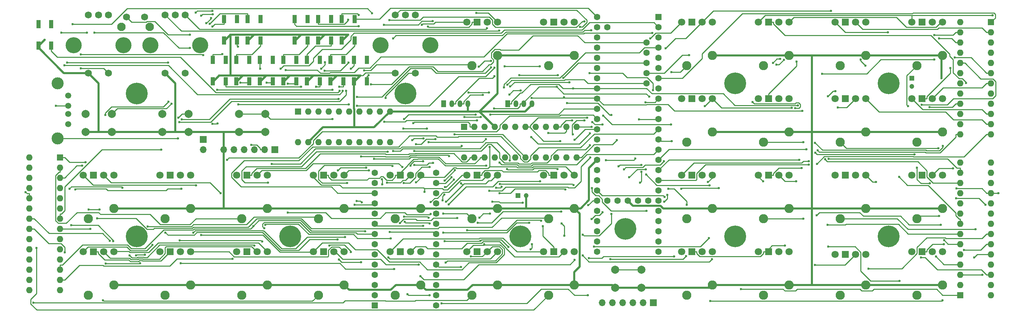
<source format=gbr>
G04 #@! TF.FileFunction,Copper,L1,Top,Signal*
%FSLAX46Y46*%
G04 Gerber Fmt 4.6, Leading zero omitted, Abs format (unit mm)*
G04 Created by KiCad (PCBNEW 4.0.7) date Sat Mar 24 11:27:51 2018*
%MOMM*%
%LPD*%
G01*
G04 APERTURE LIST*
%ADD10C,0.100000*%
%ADD11R,1.200000X1.200000*%
%ADD12C,1.200000*%
%ADD13C,1.600000*%
%ADD14R,1.600000X1.600000*%
%ADD15C,2.286000*%
%ADD16C,2.100000*%
%ADD17C,1.750000*%
%ADD18C,1.500000*%
%ADD19C,3.000000*%
%ADD20O,1.600000X1.600000*%
%ADD21R,1.700000X1.700000*%
%ADD22O,1.700000X1.700000*%
%ADD23C,2.000000*%
%ADD24R,1.000000X2.000000*%
%ADD25O,4.000000X4.000000*%
%ADD26R,1.200000X1.700000*%
%ADD27O,1.200000X1.700000*%
%ADD28C,5.400000*%
%ADD29C,0.600000*%
%ADD30C,1.800000*%
%ADD31R,1.800000X1.800000*%
%ADD32C,0.250000*%
%ADD33C,0.500000*%
G04 APERTURE END LIST*
D10*
D11*
X195580000Y-102235000D03*
D12*
X197580000Y-102235000D03*
D11*
X293370000Y-73025000D03*
D12*
X293370000Y-75025000D03*
D13*
X230505000Y-98425000D03*
X230505000Y-100965000D03*
X230505000Y-103505000D03*
X230505000Y-106045000D03*
X230505000Y-95885000D03*
X230505000Y-93345000D03*
X230505000Y-90805000D03*
X230505000Y-108585000D03*
X230505000Y-111125000D03*
X230505000Y-113665000D03*
X230505000Y-116205000D03*
X227965000Y-103505000D03*
X225425000Y-103505000D03*
X222885000Y-103505000D03*
X220345000Y-103505000D03*
X217805000Y-103505000D03*
X215265000Y-116205000D03*
X215265000Y-113665000D03*
X215265000Y-111125000D03*
X215265000Y-108585000D03*
X215265000Y-106045000D03*
X215265000Y-103505000D03*
X215265000Y-100965000D03*
X215265000Y-98425000D03*
X230505000Y-88265000D03*
X230505000Y-85725000D03*
X230505000Y-83185000D03*
X230505000Y-80645000D03*
X230505000Y-78105000D03*
X230505000Y-75565000D03*
X230505000Y-73025000D03*
X230505000Y-70485000D03*
X230505000Y-67945000D03*
X230505000Y-65405000D03*
X230505000Y-62865000D03*
X230505000Y-60325000D03*
D14*
X230505000Y-57785000D03*
D13*
X215265000Y-95885000D03*
X215265000Y-93345000D03*
X215265000Y-90805000D03*
X215265000Y-88265000D03*
X215265000Y-85725000D03*
X215265000Y-83185000D03*
X215265000Y-80645000D03*
X215265000Y-78105000D03*
X215265000Y-75565000D03*
X215265000Y-73025000D03*
X215265000Y-70485000D03*
X215265000Y-67945000D03*
X215265000Y-65405000D03*
X215265000Y-62865000D03*
X215265000Y-60325000D03*
X215265000Y-57785000D03*
X217805000Y-60325000D03*
X227505000Y-64135000D03*
X227505000Y-66675000D03*
X227505000Y-69215000D03*
X227505000Y-71755000D03*
X227505000Y-74295000D03*
D15*
X294640000Y-107950000D03*
X300990000Y-105410000D03*
X88900000Y-127000000D03*
X95250000Y-124460000D03*
X203200000Y-107950000D03*
X209550000Y-105410000D03*
X184150000Y-107950000D03*
X190500000Y-105410000D03*
X165100000Y-107950000D03*
X171450000Y-105410000D03*
X146050000Y-107950000D03*
X152400000Y-105410000D03*
X127000000Y-107950000D03*
X133350000Y-105410000D03*
X203200000Y-69850000D03*
X209550000Y-67310000D03*
X184150000Y-69850000D03*
X190500000Y-67310000D03*
X237490000Y-127000000D03*
X243840000Y-124460000D03*
X256540000Y-127000000D03*
X262890000Y-124460000D03*
X237490000Y-88900000D03*
X243840000Y-86360000D03*
X275590000Y-127000000D03*
X281940000Y-124460000D03*
X256540000Y-88900000D03*
X262890000Y-86360000D03*
X294640000Y-127000000D03*
X300990000Y-124460000D03*
X275590000Y-88900000D03*
X281940000Y-86360000D03*
X294640000Y-88900000D03*
X300990000Y-86360000D03*
X256540000Y-107950000D03*
X262890000Y-105410000D03*
X237490000Y-69850000D03*
X243840000Y-67310000D03*
X275590000Y-107950000D03*
X281940000Y-105410000D03*
X256540000Y-69850000D03*
X262890000Y-67310000D03*
X294640000Y-69850000D03*
X300990000Y-67310000D03*
X203200000Y-127000000D03*
X209550000Y-124460000D03*
X184150000Y-127000000D03*
X190500000Y-124460000D03*
X165100000Y-127000000D03*
X171450000Y-124460000D03*
X146050000Y-127000000D03*
X152400000Y-124460000D03*
X127000000Y-127000000D03*
X133350000Y-124460000D03*
X107950000Y-127000000D03*
X114300000Y-124460000D03*
X275590000Y-69850000D03*
X281940000Y-67310000D03*
X237490000Y-107950000D03*
X243840000Y-105410000D03*
X107950000Y-107950000D03*
X114300000Y-105410000D03*
X88900000Y-107950000D03*
X95250000Y-105410000D03*
D16*
X97110000Y-60275000D03*
D17*
X98370000Y-57785000D03*
X102870000Y-57785000D03*
D16*
X104120000Y-60275000D03*
D13*
X175260000Y-96520000D03*
X160020000Y-96520000D03*
X175260000Y-99060000D03*
X175260000Y-101600000D03*
X175260000Y-104140000D03*
X175260000Y-106680000D03*
X175260000Y-109220000D03*
X175260000Y-111760000D03*
X175260000Y-114300000D03*
X175260000Y-116840000D03*
X175260000Y-119380000D03*
X175260000Y-121920000D03*
X175260000Y-124460000D03*
X175260000Y-127000000D03*
X175260000Y-129540000D03*
X160020000Y-99060000D03*
X160020000Y-101600000D03*
X160020000Y-104140000D03*
X160020000Y-106680000D03*
X160020000Y-109220000D03*
X160020000Y-111760000D03*
X160020000Y-114300000D03*
X160020000Y-116840000D03*
X160020000Y-119380000D03*
X160020000Y-121920000D03*
X160020000Y-124460000D03*
X160020000Y-127000000D03*
D14*
X160020000Y-129540000D03*
D18*
X83950000Y-77345000D03*
X83950000Y-79885000D03*
X83950000Y-81915000D03*
X83950000Y-84455000D03*
D19*
X81280000Y-74295000D03*
X81280000Y-88015000D03*
D14*
X81915000Y-92710000D03*
D20*
X74295000Y-125730000D03*
X81915000Y-95250000D03*
X74295000Y-123190000D03*
X81915000Y-97790000D03*
X74295000Y-120650000D03*
X81915000Y-100330000D03*
X74295000Y-118110000D03*
X81915000Y-102870000D03*
X74295000Y-115570000D03*
X81915000Y-105410000D03*
X74295000Y-113030000D03*
X81915000Y-107950000D03*
X74295000Y-110490000D03*
X81915000Y-110490000D03*
X74295000Y-107950000D03*
X81915000Y-113030000D03*
X74295000Y-105410000D03*
X81915000Y-115570000D03*
X74295000Y-102870000D03*
X81915000Y-118110000D03*
X74295000Y-100330000D03*
X81915000Y-120650000D03*
X74295000Y-97790000D03*
X81915000Y-123190000D03*
X74295000Y-95250000D03*
X81915000Y-125730000D03*
X74295000Y-92710000D03*
D14*
X305435000Y-127000000D03*
D20*
X313055000Y-93980000D03*
X305435000Y-124460000D03*
X313055000Y-96520000D03*
X305435000Y-121920000D03*
X313055000Y-99060000D03*
X305435000Y-119380000D03*
X313055000Y-101600000D03*
X305435000Y-116840000D03*
X313055000Y-104140000D03*
X305435000Y-114300000D03*
X313055000Y-106680000D03*
X305435000Y-111760000D03*
X313055000Y-109220000D03*
X305435000Y-109220000D03*
X313055000Y-111760000D03*
X305435000Y-106680000D03*
X313055000Y-114300000D03*
X305435000Y-104140000D03*
X313055000Y-116840000D03*
X305435000Y-101600000D03*
X313055000Y-119380000D03*
X305435000Y-99060000D03*
X313055000Y-121920000D03*
X305435000Y-96520000D03*
X313055000Y-124460000D03*
X305435000Y-93980000D03*
X313055000Y-127000000D03*
D21*
X135255000Y-90805000D03*
D22*
X132715000Y-90805000D03*
X130175000Y-90805000D03*
X127635000Y-90805000D03*
X125095000Y-90805000D03*
X122555000Y-90805000D03*
D14*
X182245000Y-85090000D03*
D20*
X210185000Y-92710000D03*
X184785000Y-85090000D03*
X207645000Y-92710000D03*
X187325000Y-85090000D03*
X205105000Y-92710000D03*
X189865000Y-85090000D03*
X202565000Y-92710000D03*
X192405000Y-85090000D03*
X200025000Y-92710000D03*
X194945000Y-85090000D03*
X197485000Y-92710000D03*
X197485000Y-85090000D03*
X194945000Y-92710000D03*
X200025000Y-85090000D03*
X192405000Y-92710000D03*
X202565000Y-85090000D03*
X189865000Y-92710000D03*
X205105000Y-85090000D03*
X187325000Y-92710000D03*
X207645000Y-85090000D03*
X184785000Y-92710000D03*
X210185000Y-85090000D03*
X182245000Y-92710000D03*
D23*
X107315000Y-86415000D03*
X107315000Y-81915000D03*
X113815000Y-86415000D03*
X113815000Y-81915000D03*
X88265000Y-86415000D03*
X88265000Y-81915000D03*
X94765000Y-86415000D03*
X94765000Y-81915000D03*
X126365000Y-86415000D03*
X126365000Y-81915000D03*
X132865000Y-86415000D03*
X132865000Y-81915000D03*
D14*
X140970000Y-81280000D03*
D20*
X163830000Y-88900000D03*
X143510000Y-81280000D03*
X161290000Y-88900000D03*
X146050000Y-81280000D03*
X158750000Y-88900000D03*
X148590000Y-81280000D03*
X156210000Y-88900000D03*
X151130000Y-81280000D03*
X153670000Y-88900000D03*
X153670000Y-81280000D03*
X151130000Y-88900000D03*
X156210000Y-81280000D03*
X148590000Y-88900000D03*
X158750000Y-81280000D03*
X146050000Y-88900000D03*
X161290000Y-81280000D03*
X143510000Y-88900000D03*
X163830000Y-81280000D03*
X140970000Y-88900000D03*
D24*
X76505000Y-64930000D03*
X79705000Y-64930000D03*
X76505000Y-59530000D03*
X79705000Y-59530000D03*
X154864000Y-73820000D03*
X158064000Y-73820000D03*
X154864000Y-68420000D03*
X158064000Y-68420000D03*
X151816000Y-63660000D03*
X155016000Y-63660000D03*
X151816000Y-58260000D03*
X155016000Y-58260000D03*
X149022000Y-73820000D03*
X152222000Y-73820000D03*
X149022000Y-68420000D03*
X152222000Y-68420000D03*
X145974000Y-63660000D03*
X149174000Y-63660000D03*
X145974000Y-58260000D03*
X149174000Y-58260000D03*
X143180000Y-73820000D03*
X146380000Y-73820000D03*
X143180000Y-68420000D03*
X146380000Y-68420000D03*
X140132000Y-63660000D03*
X143332000Y-63660000D03*
X140132000Y-58260000D03*
X143332000Y-58260000D03*
X137338000Y-73820000D03*
X140538000Y-73820000D03*
X137338000Y-68420000D03*
X140538000Y-68420000D03*
X131496000Y-73820000D03*
X134696000Y-73820000D03*
X131496000Y-68420000D03*
X134696000Y-68420000D03*
X128448000Y-63660000D03*
X131648000Y-63660000D03*
X128448000Y-58260000D03*
X131648000Y-58260000D03*
X125654000Y-73820000D03*
X128854000Y-73820000D03*
X125654000Y-68420000D03*
X128854000Y-68420000D03*
X122606000Y-63660000D03*
X125806000Y-63660000D03*
X122606000Y-58260000D03*
X125806000Y-58260000D03*
X119812000Y-73820000D03*
X123012000Y-73820000D03*
X119812000Y-68420000D03*
X123012000Y-68420000D03*
D17*
X93940000Y-57270000D03*
X88940000Y-57270000D03*
X91440000Y-57270000D03*
X88940000Y-71770000D03*
X93940000Y-71770000D03*
D25*
X85240000Y-64770000D03*
X97640000Y-64770000D03*
D17*
X112990000Y-57270000D03*
X107990000Y-57270000D03*
X110490000Y-57270000D03*
X107990000Y-71770000D03*
X112990000Y-71770000D03*
D25*
X104290000Y-64770000D03*
X116690000Y-64770000D03*
D17*
X170140000Y-57270000D03*
X165140000Y-57270000D03*
X167640000Y-57270000D03*
X165140000Y-71770000D03*
X170140000Y-71770000D03*
D25*
X161440000Y-64770000D03*
X173840000Y-64770000D03*
D21*
X229235000Y-128905000D03*
D22*
X226695000Y-128905000D03*
X224155000Y-128905000D03*
X221615000Y-128905000D03*
X219075000Y-128905000D03*
X216535000Y-128905000D03*
D26*
X193040000Y-79375000D03*
D27*
X195040000Y-79375000D03*
X197040000Y-79375000D03*
X199040000Y-79375000D03*
D26*
X177165000Y-79375000D03*
D27*
X179165000Y-79375000D03*
X181165000Y-79375000D03*
X183165000Y-79375000D03*
D23*
X219710000Y-125150000D03*
X219710000Y-120650000D03*
X226210000Y-125150000D03*
X226210000Y-120650000D03*
D28*
X100965000Y-76835000D03*
D29*
X102990000Y-76835000D03*
X102396891Y-78266891D03*
X100965000Y-78860000D03*
X99533109Y-78266891D03*
X98940000Y-76835000D03*
X99533109Y-75403109D03*
X100965000Y-74810000D03*
X102396891Y-75403109D03*
D28*
X167640000Y-76835000D03*
D29*
X169665000Y-76835000D03*
X169071891Y-78266891D03*
X167640000Y-78860000D03*
X166208109Y-78266891D03*
X165615000Y-76835000D03*
X166208109Y-75403109D03*
X167640000Y-74810000D03*
X169071891Y-75403109D03*
D28*
X222250000Y-110490000D03*
D29*
X224275000Y-110490000D03*
X223681891Y-111921891D03*
X222250000Y-112515000D03*
X220818109Y-111921891D03*
X220225000Y-110490000D03*
X220818109Y-109058109D03*
X222250000Y-108465000D03*
X223681891Y-109058109D03*
D28*
X196215000Y-112395000D03*
D29*
X198240000Y-112395000D03*
X197646891Y-113826891D03*
X196215000Y-114420000D03*
X194783109Y-113826891D03*
X194190000Y-112395000D03*
X194783109Y-110963109D03*
X196215000Y-110370000D03*
X197646891Y-110963109D03*
D28*
X287655000Y-112395000D03*
D29*
X289680000Y-112395000D03*
X289086891Y-113826891D03*
X287655000Y-114420000D03*
X286223109Y-113826891D03*
X285630000Y-112395000D03*
X286223109Y-110963109D03*
X287655000Y-110370000D03*
X289086891Y-110963109D03*
D28*
X249555000Y-74295000D03*
D29*
X251580000Y-74295000D03*
X250986891Y-75726891D03*
X249555000Y-76320000D03*
X248123109Y-75726891D03*
X247530000Y-74295000D03*
X248123109Y-72863109D03*
X249555000Y-72270000D03*
X250986891Y-72863109D03*
D28*
X249555000Y-112395000D03*
D29*
X251580000Y-112395000D03*
X250986891Y-113826891D03*
X249555000Y-114420000D03*
X248123109Y-113826891D03*
X247530000Y-112395000D03*
X248123109Y-110963109D03*
X249555000Y-110370000D03*
X250986891Y-110963109D03*
D28*
X100965000Y-112395000D03*
D29*
X102990000Y-112395000D03*
X102396891Y-113826891D03*
X100965000Y-114420000D03*
X99533109Y-113826891D03*
X98940000Y-112395000D03*
X99533109Y-110963109D03*
X100965000Y-110370000D03*
X102396891Y-110963109D03*
D28*
X139065000Y-112395000D03*
D29*
X141090000Y-112395000D03*
X140496891Y-113826891D03*
X139065000Y-114420000D03*
X137633109Y-113826891D03*
X137040000Y-112395000D03*
X137633109Y-110963109D03*
X139065000Y-110370000D03*
X140496891Y-110963109D03*
D28*
X287655000Y-74295000D03*
D29*
X289680000Y-74295000D03*
X289086891Y-75726891D03*
X287655000Y-76320000D03*
X286223109Y-75726891D03*
X285630000Y-74295000D03*
X286223109Y-72863109D03*
X287655000Y-72270000D03*
X289086891Y-72863109D03*
D14*
X313055000Y-59055000D03*
D20*
X305435000Y-86995000D03*
X313055000Y-61595000D03*
X305435000Y-84455000D03*
X313055000Y-64135000D03*
X305435000Y-81915000D03*
X313055000Y-66675000D03*
X305435000Y-79375000D03*
X313055000Y-69215000D03*
X305435000Y-76835000D03*
X313055000Y-71755000D03*
X305435000Y-74295000D03*
X313055000Y-74295000D03*
X305435000Y-71755000D03*
X313055000Y-76835000D03*
X305435000Y-69215000D03*
X313055000Y-79375000D03*
X305435000Y-66675000D03*
X313055000Y-81915000D03*
X305435000Y-64135000D03*
X313055000Y-84455000D03*
X305435000Y-61595000D03*
X313055000Y-86995000D03*
X305435000Y-59055000D03*
D30*
X92710000Y-116205000D03*
X87630000Y-116205000D03*
D31*
X90170000Y-116205000D03*
D30*
X95250000Y-116205000D03*
X111760000Y-116205000D03*
X106680000Y-116205000D03*
D31*
X109220000Y-116205000D03*
D30*
X114300000Y-116205000D03*
X130810000Y-116205000D03*
X125730000Y-116205000D03*
D31*
X128270000Y-116205000D03*
D30*
X133350000Y-116205000D03*
X149860000Y-116205000D03*
X144780000Y-116205000D03*
D31*
X147320000Y-116205000D03*
D30*
X152400000Y-116205000D03*
X168910000Y-116205000D03*
X163830000Y-116205000D03*
D31*
X166370000Y-116205000D03*
D30*
X171450000Y-116205000D03*
X187960000Y-116205000D03*
X182880000Y-116205000D03*
D31*
X185420000Y-116205000D03*
D30*
X190500000Y-116205000D03*
X207010000Y-116205000D03*
X201930000Y-116205000D03*
D31*
X204470000Y-116205000D03*
D30*
X209550000Y-116205000D03*
X92710000Y-97155000D03*
X87630000Y-97155000D03*
D31*
X90170000Y-97155000D03*
D30*
X95250000Y-97155000D03*
X111760000Y-97155000D03*
X106680000Y-97155000D03*
D31*
X109220000Y-97155000D03*
D30*
X114300000Y-97155000D03*
X130810000Y-97155000D03*
X125730000Y-97155000D03*
D31*
X128270000Y-97155000D03*
D30*
X133350000Y-97155000D03*
X149860000Y-97155000D03*
X144780000Y-97155000D03*
D31*
X147320000Y-97155000D03*
D30*
X152400000Y-97155000D03*
X168910000Y-97155000D03*
X163830000Y-97155000D03*
D31*
X166370000Y-97155000D03*
D30*
X171450000Y-97155000D03*
X187960000Y-97155000D03*
X182880000Y-97155000D03*
D31*
X185420000Y-97155000D03*
D30*
X190500000Y-97155000D03*
X207010000Y-97155000D03*
X201930000Y-97155000D03*
D31*
X204470000Y-97155000D03*
D30*
X209550000Y-97155000D03*
X187960000Y-59055000D03*
X182880000Y-59055000D03*
D31*
X185420000Y-59055000D03*
D30*
X190500000Y-59055000D03*
X207010000Y-59055000D03*
X201930000Y-59055000D03*
D31*
X204470000Y-59055000D03*
D30*
X209550000Y-59055000D03*
X241300000Y-116205000D03*
X236220000Y-116205000D03*
D31*
X238760000Y-116205000D03*
D30*
X243840000Y-116205000D03*
X260350000Y-116205000D03*
X255270000Y-116205000D03*
D31*
X257810000Y-116205000D03*
D30*
X262890000Y-116205000D03*
X279400000Y-116840000D03*
X274320000Y-116840000D03*
D31*
X276860000Y-116840000D03*
D30*
X281940000Y-116840000D03*
X298450000Y-116205000D03*
X293370000Y-116205000D03*
D31*
X295910000Y-116205000D03*
D30*
X300990000Y-116205000D03*
X241300000Y-97155000D03*
X236220000Y-97155000D03*
D31*
X238760000Y-97155000D03*
D30*
X243840000Y-97155000D03*
X260350000Y-97155000D03*
X255270000Y-97155000D03*
D31*
X257810000Y-97155000D03*
D30*
X262890000Y-97155000D03*
X279400000Y-97155000D03*
X274320000Y-97155000D03*
D31*
X276860000Y-97155000D03*
D30*
X281940000Y-97155000D03*
X298450000Y-97155000D03*
X293370000Y-97155000D03*
D31*
X295910000Y-97155000D03*
D30*
X300990000Y-97155000D03*
X241300000Y-78105000D03*
X236220000Y-78105000D03*
D31*
X238760000Y-78105000D03*
D30*
X243840000Y-78105000D03*
X260350000Y-78105000D03*
X255270000Y-78105000D03*
D31*
X257810000Y-78105000D03*
D30*
X262890000Y-78105000D03*
X279400000Y-78105000D03*
X274320000Y-78105000D03*
D31*
X276860000Y-78105000D03*
D30*
X281940000Y-78105000D03*
X298450000Y-78105000D03*
X293370000Y-78105000D03*
D31*
X295910000Y-78105000D03*
D30*
X300990000Y-78105000D03*
X241300000Y-59055000D03*
X236220000Y-59055000D03*
D31*
X238760000Y-59055000D03*
D30*
X243840000Y-59055000D03*
X260350000Y-59055000D03*
X255270000Y-59055000D03*
D31*
X257810000Y-59055000D03*
D30*
X262890000Y-59055000D03*
X279400000Y-59055000D03*
X274320000Y-59055000D03*
D31*
X276860000Y-59055000D03*
D30*
X281940000Y-59055000D03*
X298450000Y-59055000D03*
X293370000Y-59055000D03*
D31*
X295910000Y-59055000D03*
D30*
X300990000Y-59055000D03*
D21*
X117475000Y-88265000D03*
D22*
X117475000Y-90805000D03*
D29*
X186861200Y-77182700D03*
X189633800Y-80524700D03*
X205214000Y-75165100D03*
X228156100Y-77608600D03*
X314895200Y-101600000D03*
X301102700Y-89915300D03*
X269361400Y-89103400D03*
X267189400Y-90751500D03*
X218533300Y-118052800D03*
X237352700Y-117266700D03*
X237496600Y-104557100D03*
X232964400Y-100545500D03*
X304431200Y-100474700D03*
X144780000Y-72370000D03*
X124206000Y-62210000D03*
X130048000Y-62210000D03*
X141732000Y-62210000D03*
X147574000Y-62210000D03*
X153416000Y-62210000D03*
X156464000Y-72370000D03*
X150622000Y-72370000D03*
X138938000Y-72370000D03*
X133096000Y-72370000D03*
X127254000Y-72370000D03*
X121412000Y-72370000D03*
X78105000Y-63480000D03*
X300736000Y-73025000D03*
X83040400Y-116356600D03*
X94279100Y-113501200D03*
X84652500Y-109627700D03*
X95130500Y-113544200D03*
X73333700Y-101351100D03*
X92549400Y-128294300D03*
X75263500Y-128928000D03*
X76050100Y-115283600D03*
X88214900Y-93929100D03*
X87349000Y-94813700D03*
X103662700Y-109900200D03*
X85668200Y-100737200D03*
X112051200Y-100549900D03*
X114980300Y-111426200D03*
X152687800Y-112586200D03*
X84260100Y-100524900D03*
X97398100Y-100264700D03*
X108075600Y-111426200D03*
X150822300Y-113178400D03*
X167464600Y-108792600D03*
X173627700Y-109164100D03*
X177032200Y-106704000D03*
X91069200Y-107911600D03*
X106995500Y-90779000D03*
X111481700Y-83919700D03*
X152895400Y-76192700D03*
X157401800Y-71109200D03*
X89384800Y-110490000D03*
X174451900Y-58816000D03*
X162271600Y-59716700D03*
X159372700Y-56817800D03*
X85047500Y-59551700D03*
X189740700Y-72483500D03*
X198998100Y-77925200D03*
X206997600Y-77782400D03*
X272691800Y-93127200D03*
X266173100Y-81136300D03*
X173363200Y-107773800D03*
X167326800Y-107484600D03*
X167252200Y-99074900D03*
X173673900Y-95126400D03*
X170306100Y-89471800D03*
X175133700Y-88212100D03*
X163982900Y-112893900D03*
X132854400Y-109532000D03*
X124723500Y-117974400D03*
X183314100Y-76551700D03*
X188409200Y-76551700D03*
X209262800Y-75565000D03*
X271861100Y-93173700D03*
X265097400Y-79785500D03*
X157629600Y-111139700D03*
X163744300Y-111260700D03*
X173005500Y-85589100D03*
X167145800Y-85589100D03*
X163272500Y-91329700D03*
X133525100Y-98993100D03*
X129875100Y-109852700D03*
X190937300Y-61152200D03*
X187889100Y-60567500D03*
X93210700Y-119136500D03*
X101809400Y-119086200D03*
X91728100Y-105739300D03*
X88957900Y-105739300D03*
X87053600Y-70549100D03*
X209678200Y-118252100D03*
X171361100Y-122292800D03*
X164824900Y-120514300D03*
X111836500Y-119100200D03*
X102998200Y-116985100D03*
X100737000Y-117115800D03*
X93126400Y-82184600D03*
X108827600Y-78845000D03*
X162746600Y-77913600D03*
X179666000Y-98232600D03*
X177437000Y-100137600D03*
X125806000Y-58260000D03*
X131648000Y-58260000D03*
X143332000Y-58260000D03*
X149174000Y-58260000D03*
X155016000Y-58260000D03*
X158064000Y-68420000D03*
X152222000Y-68420000D03*
X146380000Y-68420000D03*
X140538000Y-68420000D03*
X134696000Y-68420000D03*
X128854000Y-68420000D03*
X123012000Y-68420000D03*
X79705000Y-59530000D03*
X282658600Y-120430000D03*
X306325200Y-115745700D03*
X308844800Y-117633700D03*
X211032900Y-60249500D03*
X212123500Y-83561900D03*
X209246100Y-86990300D03*
X213995400Y-100353700D03*
X227501000Y-106035900D03*
X155517800Y-103591900D03*
X156795100Y-103931700D03*
X148727000Y-114648300D03*
X154142900Y-116313400D03*
X151151900Y-118169000D03*
X156613100Y-118834300D03*
X213220900Y-117821500D03*
X234385000Y-117427500D03*
X233732900Y-88668300D03*
X225629000Y-83292300D03*
X155056500Y-104557100D03*
X153204200Y-99119800D03*
X164444100Y-94892500D03*
X168959200Y-94744300D03*
X224742500Y-93040500D03*
X217445100Y-93388200D03*
X213531200Y-92718600D03*
X188445800Y-101033100D03*
X177361400Y-98495900D03*
X179935800Y-95921500D03*
X172139900Y-87987000D03*
X169307400Y-88436200D03*
X172009800Y-93713700D03*
X231810900Y-93669100D03*
X132596900Y-110383900D03*
X130108900Y-114679800D03*
X99131100Y-117137400D03*
X221901600Y-95707800D03*
X212945600Y-127063100D03*
X176603900Y-129064600D03*
X173651200Y-127052500D03*
X168194000Y-126826100D03*
X213440200Y-89689300D03*
X169855500Y-91172800D03*
X181437100Y-120028800D03*
X216788200Y-82352900D03*
X233609000Y-84534300D03*
X236143100Y-100527300D03*
X245495900Y-100359300D03*
X243728200Y-118095900D03*
X211660800Y-117167100D03*
X227412600Y-97008000D03*
X243149800Y-99673300D03*
X242981300Y-112830900D03*
X214481100Y-114918900D03*
X231901200Y-103729500D03*
X232629900Y-102037600D03*
X216582500Y-84560900D03*
X214066300Y-83927600D03*
X227221700Y-79023300D03*
X172020100Y-109759500D03*
X177067200Y-111494500D03*
X198350400Y-109005300D03*
X211679100Y-111951500D03*
X218810800Y-106778200D03*
X223215900Y-97679800D03*
X227360700Y-95689000D03*
X179078700Y-97665200D03*
X167276300Y-83207200D03*
X185106500Y-82048900D03*
X193433000Y-77065500D03*
X196300600Y-76070200D03*
X198899600Y-87656400D03*
X213441400Y-86758500D03*
X156647000Y-92498500D03*
X191028300Y-94063000D03*
X178450700Y-92433200D03*
X111243700Y-82886200D03*
X121012200Y-84248100D03*
X119761500Y-84393500D03*
X182326300Y-82715600D03*
X186393000Y-82715600D03*
X192154300Y-75303000D03*
X220107700Y-88457000D03*
X295704200Y-117642800D03*
X266483300Y-107950000D03*
X309185100Y-110630800D03*
X300146900Y-107295000D03*
X250946900Y-125493800D03*
X290308300Y-123469700D03*
X272594200Y-114965100D03*
X266479100Y-88936700D03*
X310909900Y-121920000D03*
X311690400Y-104508500D03*
X304347200Y-102870000D03*
X299944500Y-90456600D03*
X299358000Y-117387600D03*
X297824800Y-99195500D03*
X294684600Y-95303400D03*
X301014000Y-128318600D03*
X233669800Y-71488400D03*
X243298400Y-128468400D03*
X301398200Y-113349200D03*
X300577600Y-109514300D03*
X269766100Y-107125900D03*
X264436100Y-80504600D03*
X253870700Y-78928600D03*
X272505900Y-109506200D03*
X272555200Y-77510000D03*
X274408400Y-76234000D03*
X290233200Y-97596200D03*
X292405300Y-79956500D03*
X213841100Y-85090000D03*
X109542500Y-79349500D03*
X120896700Y-75943300D03*
X149523800Y-75943300D03*
X191106400Y-99332300D03*
X209375100Y-99624800D03*
X123343600Y-93324000D03*
X134456400Y-94318900D03*
X181632100Y-89892400D03*
X188756100Y-82043500D03*
X80869200Y-79885000D03*
X82249200Y-61706800D03*
X88555900Y-61706800D03*
X90459800Y-61669600D03*
X206854600Y-72945000D03*
X205459300Y-72236200D03*
X195953100Y-72236200D03*
X189741400Y-70404700D03*
X155615400Y-79885800D03*
X153569500Y-79566000D03*
X126129200Y-79566000D03*
X114103800Y-65527300D03*
X83681000Y-69120900D03*
X108754400Y-69120900D03*
X116931500Y-57447500D03*
X119848800Y-57118400D03*
X164581100Y-63098800D03*
X213831800Y-61062300D03*
X114151100Y-62219300D03*
X115579500Y-56676100D03*
X119714400Y-56300500D03*
X163634500Y-58577100D03*
X212059700Y-58844300D03*
X213401700Y-71755000D03*
X229096100Y-76018300D03*
X226274800Y-94613300D03*
X220527600Y-94948700D03*
X177284600Y-102006400D03*
X176895700Y-103383300D03*
X182968500Y-110862600D03*
X201349100Y-108462600D03*
X213911200Y-108093000D03*
X216580800Y-106371900D03*
X209648700Y-88337800D03*
X238125300Y-67306200D03*
X87053600Y-67112700D03*
X117476100Y-67286800D03*
X118207900Y-59323600D03*
X119347500Y-58019200D03*
X111138500Y-88015000D03*
X112126500Y-83294400D03*
X151037700Y-78151600D03*
X162384400Y-83832500D03*
X185428000Y-83493200D03*
X192955900Y-74635500D03*
X83017100Y-69807900D03*
X152095000Y-76192700D03*
X159091100Y-74585000D03*
X188883300Y-68715900D03*
X185874500Y-70140900D03*
X173950700Y-103810100D03*
X169611100Y-84197200D03*
X138408800Y-106432100D03*
X173950700Y-106848500D03*
X187674300Y-94815100D03*
X185289400Y-56803300D03*
X203102500Y-86697600D03*
X177744700Y-103719300D03*
X181467600Y-99188700D03*
X174537200Y-94110200D03*
X169848400Y-94637200D03*
X158576900Y-95951700D03*
X171694100Y-59752600D03*
X172412600Y-101276800D03*
X104784300Y-114521100D03*
X173420300Y-88962400D03*
X187599400Y-88177500D03*
X212748900Y-82859700D03*
X206051800Y-88697600D03*
X163073000Y-99016500D03*
X121788800Y-101665900D03*
X177619700Y-118882100D03*
X170913500Y-119397600D03*
X166886200Y-95131200D03*
X207367000Y-100723800D03*
X191052600Y-101659000D03*
X206391300Y-109136400D03*
X207067600Y-112217700D03*
X199070900Y-114360100D03*
X198747800Y-115620700D03*
X183926700Y-117366800D03*
X208391400Y-74020600D03*
X193668200Y-75055200D03*
X188595000Y-90131700D03*
X163390700Y-117606500D03*
X170283900Y-98953000D03*
X209081600Y-83485000D03*
X161831600Y-98150700D03*
X115658000Y-99677400D03*
X161868100Y-99430000D03*
X116934800Y-112045300D03*
X201060300Y-98707000D03*
X178426700Y-104401100D03*
X187214200Y-114303700D03*
X173229000Y-60185000D03*
X111617300Y-113408200D03*
X132051600Y-113702600D03*
X150874700Y-95998400D03*
X157884000Y-95315400D03*
X159872700Y-93114700D03*
X166315500Y-109104800D03*
X180554000Y-107818400D03*
X185573300Y-108983700D03*
X206309800Y-106180000D03*
X193251400Y-115029200D03*
X177402000Y-113584400D03*
X186234900Y-113495900D03*
X185987700Y-107725000D03*
X188652500Y-106733100D03*
X189214000Y-103721900D03*
X196793000Y-104049900D03*
X201761900Y-109840000D03*
X190148200Y-100291100D03*
X191565800Y-100004800D03*
X179832000Y-86995000D03*
X137942900Y-70957500D03*
X228947700Y-61729100D03*
X129390800Y-89629600D03*
X136666400Y-70627200D03*
X149529200Y-83167700D03*
X164565200Y-91168800D03*
X193530400Y-93477600D03*
X192864100Y-95670400D03*
X205422900Y-95670400D03*
X213054000Y-104634100D03*
X225874500Y-99024600D03*
X226215300Y-96314300D03*
X218804500Y-82175100D03*
X207799400Y-79230400D03*
X200988600Y-70019100D03*
X192285500Y-70019100D03*
X188931300Y-70301900D03*
X155629800Y-77718700D03*
X141738800Y-75145300D03*
X122199100Y-67012500D03*
X126117600Y-65183700D03*
X119735600Y-60188000D03*
X126675800Y-74158100D03*
X119015400Y-59512200D03*
X133162500Y-74158100D03*
X131578000Y-70624000D03*
X138446600Y-74408700D03*
X156088600Y-60035600D03*
X153543000Y-69095200D03*
X147545600Y-71120000D03*
X145477400Y-75145300D03*
X153416000Y-58426600D03*
X147701000Y-69076000D03*
X146704700Y-70629400D03*
X151190500Y-75145300D03*
X156040000Y-57271600D03*
X158493700Y-72274100D03*
X154130900Y-70658200D03*
X151294600Y-76192700D03*
X231997500Y-102543300D03*
X261872600Y-114706100D03*
X271143200Y-71884000D03*
X298955700Y-68374800D03*
X300118900Y-63116600D03*
X301295900Y-114335900D03*
X297780100Y-80226300D03*
X294083900Y-91982600D03*
X269388200Y-91532900D03*
X266008000Y-95347900D03*
X295795300Y-79601000D03*
X264739800Y-68849900D03*
X298967200Y-62305400D03*
X302955900Y-70499100D03*
X306797800Y-74188700D03*
X232222900Y-65614200D03*
X274977300Y-80297700D03*
X269373800Y-119468000D03*
X273310900Y-56254600D03*
X264698100Y-98698600D03*
X303631100Y-95425700D03*
X280640600Y-68393400D03*
X281845200Y-69911600D03*
X241953800Y-79991200D03*
X242780800Y-98863400D03*
X284446200Y-98863400D03*
X263547900Y-80415500D03*
X259756700Y-69663100D03*
X261588000Y-68421200D03*
X228476900Y-63095100D03*
X267805200Y-93711000D03*
X304072300Y-67895000D03*
X287422300Y-61609000D03*
X260731700Y-68232400D03*
X258882800Y-69224800D03*
X256441500Y-98712100D03*
X313463000Y-57379300D03*
X269967800Y-90950500D03*
X265423700Y-93324900D03*
X269802400Y-94348100D03*
X267800200Y-94540800D03*
D32*
X183776600Y-77182700D02*
X186861200Y-77182700D01*
X182090300Y-78869000D02*
X183776600Y-77182700D01*
X182090300Y-79375000D02*
X182090300Y-78869000D01*
X196114700Y-79929300D02*
X196114700Y-79375000D01*
X195484700Y-80559300D02*
X196114700Y-79929300D01*
X189668400Y-80559300D02*
X195484700Y-80559300D01*
X189633800Y-80524700D02*
X189668400Y-80559300D01*
X181165000Y-79375000D02*
X182090300Y-79375000D01*
X197040000Y-79375000D02*
X196660100Y-79375000D01*
X196660100Y-79375000D02*
X196114700Y-79375000D01*
X200870000Y-75165100D02*
X205214000Y-75165100D01*
X196660100Y-79375000D02*
X200870000Y-75165100D01*
X313055000Y-101600000D02*
X314895200Y-101600000D01*
X271164900Y-90906900D02*
X269361400Y-89103400D01*
X296883000Y-90906900D02*
X271164900Y-90906900D01*
X297058600Y-91082500D02*
X296883000Y-90906900D01*
X300222200Y-91082500D02*
X297058600Y-91082500D01*
X301102700Y-90202000D02*
X300222200Y-91082500D01*
X301102700Y-89915300D02*
X301102700Y-90202000D01*
X227449800Y-76902300D02*
X228156100Y-77608600D01*
X206951200Y-76902300D02*
X227449800Y-76902300D01*
X205214000Y-75165100D02*
X206951200Y-76902300D01*
X313055000Y-101600000D02*
X311929700Y-101600000D01*
X310804400Y-100474700D02*
X311929700Y-101600000D01*
X304431200Y-100474700D02*
X310804400Y-100474700D01*
X237496600Y-103697600D02*
X237496600Y-104557100D01*
X234344500Y-100545500D02*
X237496600Y-103697600D01*
X232964400Y-100545500D02*
X234344500Y-100545500D01*
X233098500Y-90751500D02*
X267189400Y-90751500D01*
X230505000Y-93345000D02*
X233098500Y-90751500D01*
X236566600Y-118052800D02*
X218533300Y-118052800D01*
X237352700Y-117266700D02*
X236566600Y-118052800D01*
D33*
X224135000Y-104755000D02*
X222885000Y-103505000D01*
X230993000Y-104755000D02*
X224135000Y-104755000D01*
X231648000Y-105410000D02*
X230993000Y-104755000D01*
X243840000Y-105410000D02*
X231648000Y-105410000D01*
X76505000Y-65430000D02*
X76505000Y-64930000D01*
X82845000Y-71770000D02*
X76505000Y-65430000D01*
X88940000Y-71770000D02*
X82845000Y-71770000D01*
X122555000Y-90805000D02*
X122555000Y-105410000D01*
X113815000Y-86415000D02*
X122555000Y-86415000D01*
X110490000Y-86415000D02*
X113815000Y-86415000D01*
X91440000Y-86415000D02*
X88265000Y-86415000D01*
X213233000Y-95377000D02*
X215265000Y-93345000D01*
X213233000Y-103343000D02*
X213233000Y-95377000D01*
X211166000Y-105410000D02*
X213233000Y-103343000D01*
X209550000Y-105410000D02*
X211166000Y-105410000D01*
X190500000Y-76835000D02*
X186055000Y-81280000D01*
X190500000Y-67310000D02*
X190500000Y-76835000D01*
X190500000Y-67310000D02*
X209550000Y-67310000D01*
X199040000Y-79625000D02*
X199040000Y-79375000D01*
X197385000Y-81280000D02*
X199040000Y-79625000D01*
X186055000Y-81280000D02*
X197385000Y-81280000D01*
X183134000Y-80756000D02*
X183134000Y-81280000D01*
X183165000Y-80725000D02*
X183134000Y-80756000D01*
X183165000Y-79375000D02*
X183165000Y-80725000D01*
X189865000Y-85090000D02*
X186055000Y-81280000D01*
X197580000Y-105378000D02*
X197612000Y-105410000D01*
X197580000Y-102235000D02*
X197580000Y-105378000D01*
X154920000Y-85110000D02*
X154813000Y-85217000D01*
X154920000Y-80680000D02*
X154920000Y-85110000D01*
X154864000Y-80624000D02*
X154920000Y-80680000D01*
X154864000Y-73820000D02*
X154864000Y-80624000D01*
X124206000Y-62210000D02*
X124206000Y-72370000D01*
X147574000Y-62210000D02*
X153416000Y-62210000D01*
X141732000Y-62210000D02*
X147574000Y-62210000D01*
X130048000Y-62210000D02*
X141732000Y-62210000D01*
X124206000Y-62210000D02*
X130048000Y-62210000D01*
X133096000Y-72370000D02*
X127254000Y-72370000D01*
X138938000Y-72370000D02*
X133096000Y-72370000D01*
X144780000Y-72370000D02*
X138938000Y-72370000D01*
X150622000Y-72370000D02*
X144780000Y-72370000D01*
X143330000Y-73820000D02*
X144780000Y-72370000D01*
X143180000Y-73820000D02*
X143330000Y-73820000D01*
X156464000Y-72370000D02*
X150622000Y-72370000D01*
X126365000Y-86415000D02*
X132865000Y-86415000D01*
X94765000Y-86415000D02*
X107315000Y-86415000D01*
X122756000Y-63660000D02*
X124206000Y-62210000D01*
X122606000Y-63660000D02*
X122756000Y-63660000D01*
X128598000Y-63660000D02*
X130048000Y-62210000D01*
X128448000Y-63660000D02*
X128598000Y-63660000D01*
X140282000Y-63660000D02*
X141732000Y-62210000D01*
X140132000Y-63660000D02*
X140282000Y-63660000D01*
X146124000Y-63660000D02*
X147574000Y-62210000D01*
X145974000Y-63660000D02*
X146124000Y-63660000D01*
X151966000Y-63660000D02*
X153416000Y-62210000D01*
X151816000Y-63660000D02*
X151966000Y-63660000D01*
X155014000Y-73820000D02*
X156464000Y-72370000D01*
X154864000Y-73820000D02*
X155014000Y-73820000D01*
X149172000Y-73820000D02*
X150622000Y-72370000D01*
X149022000Y-73820000D02*
X149172000Y-73820000D01*
X137488000Y-73820000D02*
X138938000Y-72370000D01*
X137338000Y-73820000D02*
X137488000Y-73820000D01*
X131646000Y-73820000D02*
X133096000Y-72370000D01*
X131496000Y-73820000D02*
X131646000Y-73820000D01*
X125804000Y-73820000D02*
X127254000Y-72370000D01*
X125654000Y-73820000D02*
X125804000Y-73820000D01*
X119962000Y-73820000D02*
X121412000Y-72370000D01*
X119812000Y-73820000D02*
X119962000Y-73820000D01*
X76655000Y-64930000D02*
X78105000Y-63480000D01*
X76505000Y-64930000D02*
X76655000Y-64930000D01*
X209550000Y-122844000D02*
X209550000Y-124460000D01*
X209519000Y-122813000D02*
X209550000Y-122844000D01*
X209519000Y-121296000D02*
X209519000Y-122813000D01*
X210900000Y-119915000D02*
X209519000Y-121296000D01*
X210900000Y-106760000D02*
X210900000Y-119915000D01*
X209550000Y-105410000D02*
X210900000Y-106760000D01*
X243150000Y-125150000D02*
X243840000Y-124460000D01*
X226210000Y-125150000D02*
X243150000Y-125150000D01*
X219710000Y-125150000D02*
X226210000Y-125150000D01*
X219020000Y-124460000D02*
X219710000Y-125150000D01*
X209550000Y-124460000D02*
X219020000Y-124460000D01*
X171450000Y-105410000D02*
X190500000Y-105410000D01*
X152400000Y-105410000D02*
X171450000Y-105410000D01*
X133350000Y-105410000D02*
X152400000Y-105410000D01*
X95250000Y-105410000D02*
X114300000Y-105410000D01*
X114300000Y-124460000D02*
X95250000Y-124460000D01*
X133350000Y-124460000D02*
X114300000Y-124460000D01*
X152400000Y-124460000D02*
X133350000Y-124460000D01*
X153650000Y-125710000D02*
X152400000Y-124460000D01*
X164032000Y-125710000D02*
X153650000Y-125710000D01*
X165282000Y-124460000D02*
X164032000Y-125710000D01*
X171450000Y-124460000D02*
X165282000Y-124460000D01*
X172700000Y-125710000D02*
X171450000Y-124460000D01*
X183082000Y-125710000D02*
X172700000Y-125710000D01*
X184332000Y-124460000D02*
X183082000Y-125710000D01*
X190500000Y-124460000D02*
X184332000Y-124460000D01*
X209550000Y-124460000D02*
X190500000Y-124460000D01*
X268605000Y-105410000D02*
X268605000Y-124460000D01*
X268605000Y-86360000D02*
X268605000Y-105410000D01*
X268605000Y-67310000D02*
X262890000Y-67310000D01*
X281940000Y-124460000D02*
X300990000Y-124460000D01*
X243840000Y-124460000D02*
X262890000Y-124460000D01*
X281940000Y-105410000D02*
X300990000Y-105410000D01*
X243840000Y-105410000D02*
X262890000Y-105410000D01*
X281940000Y-86360000D02*
X300990000Y-86360000D01*
X243840000Y-86360000D02*
X262890000Y-86360000D01*
X262890000Y-67310000D02*
X243840000Y-67310000D01*
X300990000Y-67310000D02*
X281940000Y-67310000D01*
X300736000Y-67564000D02*
X300990000Y-67310000D01*
X300736000Y-73025000D02*
X300736000Y-67564000D01*
X127254000Y-72370000D02*
X124206000Y-72370000D01*
X124206000Y-72370000D02*
X121412000Y-72370000D01*
X262890000Y-105410000D02*
X268605000Y-105410000D01*
X268605000Y-105410000D02*
X281940000Y-105410000D01*
X262890000Y-86360000D02*
X268605000Y-86360000D01*
X268605000Y-86360000D02*
X281940000Y-86360000D01*
X281940000Y-67310000D02*
X268605000Y-67310000D01*
X268605000Y-67310000D02*
X268605000Y-86360000D01*
X262890000Y-124460000D02*
X268605000Y-124460000D01*
X268605000Y-124460000D02*
X281940000Y-124460000D01*
X107315000Y-86415000D02*
X110490000Y-86415000D01*
X110490000Y-74270000D02*
X107990000Y-71770000D01*
X110490000Y-86415000D02*
X110490000Y-74270000D01*
X147193000Y-85217000D02*
X154813000Y-85217000D01*
X143510000Y-88900000D02*
X147193000Y-85217000D01*
X159893000Y-85217000D02*
X163830000Y-81280000D01*
X154813000Y-85217000D02*
X159893000Y-85217000D01*
X190500000Y-105410000D02*
X197612000Y-105410000D01*
X197612000Y-105410000D02*
X209550000Y-105410000D01*
X186055000Y-81280000D02*
X183134000Y-81280000D01*
X183134000Y-81280000D02*
X163830000Y-81280000D01*
X94765000Y-86415000D02*
X91440000Y-86415000D01*
X91440000Y-74270000D02*
X88940000Y-71770000D01*
X91440000Y-86415000D02*
X91440000Y-74270000D01*
X122555000Y-90805000D02*
X122555000Y-86415000D01*
X122555000Y-86415000D02*
X126365000Y-86415000D01*
X114300000Y-105410000D02*
X122555000Y-105410000D01*
X122555000Y-105410000D02*
X133350000Y-105410000D01*
D32*
X165018800Y-71648800D02*
X165140000Y-71770000D01*
X157746600Y-71648800D02*
X165018800Y-71648800D01*
X157025400Y-72370000D02*
X157746600Y-71648800D01*
X156464000Y-72370000D02*
X157025400Y-72370000D01*
X83040400Y-115066800D02*
X83040400Y-116356600D01*
X82129000Y-114155400D02*
X83040400Y-115066800D01*
X79085700Y-114155400D02*
X82129000Y-114155400D01*
X75420300Y-110490000D02*
X79085700Y-114155400D01*
X74295000Y-110490000D02*
X75420300Y-110490000D01*
X92441800Y-111663900D02*
X94279100Y-113501200D01*
X79134200Y-111663900D02*
X92441800Y-111663900D01*
X75420300Y-107950000D02*
X79134200Y-111663900D01*
X74295000Y-107950000D02*
X75420300Y-107950000D01*
X95130500Y-113433700D02*
X95130500Y-113544200D01*
X91324500Y-109627700D02*
X95130500Y-113433700D01*
X84652500Y-109627700D02*
X91324500Y-109627700D01*
X73727300Y-101744700D02*
X73333700Y-101351100D01*
X74295000Y-101744700D02*
X73727300Y-101744700D01*
X74295000Y-102870000D02*
X74295000Y-101744700D01*
X144572300Y-128477700D02*
X146050000Y-127000000D01*
X92732800Y-128477700D02*
X144572300Y-128477700D01*
X92549400Y-128294300D02*
X92732800Y-128477700D01*
X152130600Y-128928000D02*
X75263500Y-128928000D01*
X152666700Y-128391900D02*
X152130600Y-128928000D01*
X162626500Y-128391900D02*
X152666700Y-128391900D01*
X162712300Y-128477700D02*
X162626500Y-128391900D01*
X169989600Y-128477700D02*
X162712300Y-128477700D01*
X170197300Y-128270000D02*
X169989600Y-128477700D01*
X182880000Y-128270000D02*
X170197300Y-128270000D01*
X184150000Y-127000000D02*
X182880000Y-128270000D01*
X199495400Y-130704600D02*
X203200000Y-127000000D01*
X76093600Y-130704600D02*
X199495400Y-130704600D01*
X74606600Y-129217600D02*
X76093600Y-130704600D01*
X74606600Y-128099900D02*
X74606600Y-129217600D01*
X76050100Y-126656400D02*
X74606600Y-128099900D01*
X76050100Y-115283600D02*
X76050100Y-126656400D01*
X84259400Y-93929100D02*
X88214900Y-93929100D01*
X83040300Y-92710000D02*
X84259400Y-93929100D01*
X81915000Y-92710000D02*
X83040300Y-92710000D01*
X81915000Y-95250000D02*
X81915000Y-96375300D01*
X81633700Y-96375300D02*
X81915000Y-96375300D01*
X80789600Y-97219400D02*
X81633700Y-96375300D01*
X80789600Y-108481800D02*
X80789600Y-97219400D01*
X81441000Y-109133200D02*
X80789600Y-108481800D01*
X83420600Y-109133200D02*
X81441000Y-109133200D01*
X86094900Y-106458900D02*
X83420600Y-109133200D01*
X91485200Y-106458900D02*
X86094900Y-106458900D01*
X91935200Y-106908900D02*
X91485200Y-106458900D01*
X104190500Y-106908900D02*
X91935200Y-106908900D01*
X106731500Y-109449900D02*
X104190500Y-106908900D01*
X114138200Y-109449900D02*
X106731500Y-109449900D01*
X115638100Y-107950000D02*
X114138200Y-109449900D01*
X127000000Y-107950000D02*
X115638100Y-107950000D01*
X86016600Y-94813700D02*
X87349000Y-94813700D01*
X83040300Y-97790000D02*
X86016600Y-94813700D01*
X81915000Y-97790000D02*
X83040300Y-97790000D01*
X114550100Y-109900200D02*
X103662700Y-109900200D01*
X115000400Y-109449900D02*
X114550100Y-109900200D01*
X128164000Y-109449900D02*
X115000400Y-109449900D01*
X130069400Y-107544500D02*
X128164000Y-109449900D01*
X145644500Y-107544500D02*
X130069400Y-107544500D01*
X146050000Y-107950000D02*
X145644500Y-107544500D01*
X85880500Y-100524900D02*
X85668200Y-100737200D01*
X93308900Y-100524900D02*
X85880500Y-100524900D01*
X93727500Y-100943500D02*
X93308900Y-100524900D01*
X108228400Y-100943500D02*
X93727500Y-100943500D01*
X108622000Y-100549900D02*
X108228400Y-100943500D01*
X112051200Y-100549900D02*
X108622000Y-100549900D01*
X152654600Y-112553000D02*
X152687800Y-112586200D01*
X143259100Y-112553000D02*
X152654600Y-112553000D01*
X140391700Y-115420400D02*
X143259100Y-112553000D01*
X136881000Y-115420400D02*
X140391700Y-115420400D01*
X132469800Y-111009200D02*
X136881000Y-115420400D01*
X132337900Y-111009200D02*
X132469800Y-111009200D01*
X132298300Y-110969600D02*
X132337900Y-111009200D01*
X115436900Y-110969600D02*
X132298300Y-110969600D01*
X114980300Y-111426200D02*
X115436900Y-110969600D01*
X97208000Y-100074600D02*
X97398100Y-100264700D01*
X84710400Y-100074600D02*
X97208000Y-100074600D01*
X84260100Y-100524900D02*
X84710400Y-100074600D01*
X182904000Y-106704000D02*
X177032200Y-106704000D01*
X184150000Y-107950000D02*
X182904000Y-106704000D01*
X167647100Y-108975100D02*
X167464600Y-108792600D01*
X173438700Y-108975100D02*
X167647100Y-108975100D01*
X173627700Y-109164100D02*
X173438700Y-108975100D01*
X143827700Y-113178400D02*
X150822300Y-113178400D01*
X141135400Y-115870700D02*
X143827700Y-113178400D01*
X136694400Y-115870700D02*
X141135400Y-115870700D01*
X132283200Y-111459500D02*
X136694400Y-115870700D01*
X132151300Y-111459500D02*
X132283200Y-111459500D01*
X132111800Y-111420000D02*
X132151300Y-111459500D01*
X115870900Y-111420000D02*
X132111800Y-111420000D01*
X115239400Y-112051500D02*
X115870900Y-111420000D01*
X108700900Y-112051500D02*
X115239400Y-112051500D01*
X108075600Y-111426200D02*
X108700900Y-112051500D01*
X100775200Y-107911600D02*
X91069200Y-107911600D01*
X103445000Y-110581400D02*
X100775200Y-107911600D01*
X105038200Y-110581400D02*
X103445000Y-110581400D01*
X105269100Y-110350500D02*
X105038200Y-110581400D01*
X114736700Y-110350500D02*
X105269100Y-110350500D01*
X115018200Y-110069000D02*
X114736700Y-110350500D01*
X128647100Y-110069000D02*
X115018200Y-110069000D01*
X130721300Y-107994800D02*
X128647100Y-110069000D01*
X141858500Y-107994800D02*
X130721300Y-107994800D01*
X144276000Y-110412300D02*
X141858500Y-107994800D01*
X175788900Y-110412300D02*
X144276000Y-110412300D01*
X176070100Y-110131100D02*
X175788900Y-110412300D01*
X189159000Y-110131100D02*
X176070100Y-110131100D01*
X191487800Y-107802300D02*
X189159000Y-110131100D01*
X203052300Y-107802300D02*
X191487800Y-107802300D01*
X203200000Y-107950000D02*
X203052300Y-107802300D01*
X81915000Y-107950000D02*
X81915000Y-106824700D01*
X159040400Y-71109200D02*
X157401800Y-71109200D01*
X160480600Y-69669000D02*
X159040400Y-71109200D01*
X183969000Y-69669000D02*
X160480600Y-69669000D01*
X184150000Y-69850000D02*
X183969000Y-69669000D01*
X92273000Y-90779000D02*
X106995500Y-90779000D01*
X83040300Y-100011700D02*
X92273000Y-90779000D01*
X83040300Y-105980800D02*
X83040300Y-100011700D01*
X82196400Y-106824700D02*
X83040300Y-105980800D01*
X81915000Y-106824700D02*
X82196400Y-106824700D01*
X119304900Y-83919700D02*
X111481700Y-83919700D01*
X124430300Y-78794300D02*
X119304900Y-83919700D01*
X151279400Y-78794300D02*
X124430300Y-78794300D01*
X152895400Y-77178300D02*
X151279400Y-78794300D01*
X152895400Y-76192700D02*
X152895400Y-77178300D01*
X94653300Y-59551700D02*
X85047500Y-59551700D01*
X98539300Y-55665700D02*
X94653300Y-59551700D01*
X158220600Y-55665700D02*
X98539300Y-55665700D01*
X159372700Y-56817800D02*
X158220600Y-55665700D01*
X170845600Y-59716700D02*
X162271600Y-59716700D01*
X171746300Y-58816000D02*
X170845600Y-59716700D01*
X174451900Y-58816000D02*
X171746300Y-58816000D01*
X81915000Y-110490000D02*
X89384800Y-110490000D01*
X179165000Y-79375000D02*
X180090300Y-79375000D01*
X215085200Y-77925200D02*
X206997600Y-77925200D01*
X215265000Y-78105000D02*
X215085200Y-77925200D01*
X206997600Y-77782400D02*
X206997600Y-77925200D01*
X302265100Y-93127200D02*
X272691800Y-93127200D01*
X304532600Y-95394700D02*
X302265100Y-93127200D01*
X305435000Y-95394700D02*
X304532600Y-95394700D01*
X305435000Y-96520000D02*
X305435000Y-95394700D01*
X206997600Y-77925200D02*
X198998100Y-77925200D01*
X189205600Y-73018600D02*
X189740700Y-72483500D01*
X185940700Y-73018600D02*
X189205600Y-73018600D01*
X180090300Y-78869000D02*
X185940700Y-73018600D01*
X180090300Y-79375000D02*
X180090300Y-78869000D01*
X86665700Y-119564600D02*
X83040300Y-123190000D01*
X92549200Y-119564600D02*
X86665700Y-119564600D01*
X92746500Y-119761900D02*
X92549200Y-119564600D01*
X109138600Y-119761900D02*
X92746500Y-119761900D01*
X110926100Y-117974400D02*
X109138600Y-119761900D01*
X124723500Y-117974400D02*
X110926100Y-117974400D01*
X81915000Y-123190000D02*
X83040300Y-123190000D01*
X173074000Y-107484600D02*
X167326800Y-107484600D01*
X173363200Y-107773800D02*
X173074000Y-107484600D01*
X133040700Y-109345700D02*
X132854400Y-109532000D01*
X141073800Y-109345700D02*
X133040700Y-109345700D01*
X143655900Y-111927800D02*
X141073800Y-109345700D01*
X154737000Y-111927800D02*
X143655900Y-111927800D01*
X155703100Y-112893900D02*
X154737000Y-111927800D01*
X163982900Y-112893900D02*
X155703100Y-112893900D01*
X171539600Y-89471800D02*
X170306100Y-89471800D01*
X172799300Y-88212100D02*
X171539600Y-89471800D01*
X175133700Y-88212100D02*
X172799300Y-88212100D01*
X234490700Y-81136300D02*
X266173100Y-81136300D01*
X232874000Y-79519600D02*
X234490700Y-81136300D01*
X227609800Y-79519600D02*
X232874000Y-79519600D01*
X227463300Y-79666100D02*
X227609800Y-79519600D01*
X216826100Y-79666100D02*
X227463300Y-79666100D01*
X215265000Y-78105000D02*
X216826100Y-79666100D01*
X171745700Y-95126400D02*
X173673900Y-95126400D01*
X170180000Y-96692100D02*
X171745700Y-95126400D01*
X170180000Y-97620600D02*
X170180000Y-96692100D01*
X168725700Y-99074900D02*
X170180000Y-97620600D01*
X167252200Y-99074900D02*
X168725700Y-99074900D01*
X188409200Y-76551700D02*
X183314100Y-76551700D01*
X193040000Y-79375000D02*
X193965300Y-79375000D01*
X209262800Y-75565000D02*
X215265000Y-75565000D01*
X271861100Y-93281500D02*
X271861100Y-93173700D01*
X272389800Y-93810200D02*
X271861100Y-93281500D01*
X294912400Y-93810200D02*
X272389800Y-93810200D01*
X297135400Y-96033200D02*
X294912400Y-93810200D01*
X297135400Y-97587100D02*
X297135400Y-96033200D01*
X298608300Y-99060000D02*
X297135400Y-97587100D01*
X305435000Y-99060000D02*
X298608300Y-99060000D01*
X81915000Y-120650000D02*
X81915000Y-119524700D01*
X174760700Y-111260700D02*
X163744300Y-111260700D01*
X175260000Y-111760000D02*
X174760700Y-111260700D01*
X206790500Y-75565000D02*
X209262800Y-75565000D01*
X205765300Y-74539800D02*
X206790500Y-75565000D01*
X198715400Y-74539800D02*
X205765300Y-74539800D01*
X196559700Y-76695500D02*
X198715400Y-74539800D01*
X196138800Y-76695500D02*
X196559700Y-76695500D01*
X193965300Y-78869000D02*
X196138800Y-76695500D01*
X193965300Y-79375000D02*
X193965300Y-78869000D01*
X249435500Y-79785500D02*
X265097400Y-79785500D01*
X246515800Y-76865800D02*
X249435500Y-79785500D01*
X228837100Y-76865800D02*
X246515800Y-76865800D01*
X227536300Y-75565000D02*
X228837100Y-76865800D01*
X215265000Y-75565000D02*
X227536300Y-75565000D01*
X173005500Y-85589100D02*
X167145800Y-85589100D01*
X145540200Y-91329700D02*
X163272500Y-91329700D01*
X141840800Y-95029100D02*
X145540200Y-91329700D01*
X128107800Y-95029100D02*
X141840800Y-95029100D01*
X127044600Y-96092300D02*
X128107800Y-95029100D01*
X127044600Y-98237400D02*
X127044600Y-96092300D01*
X127800300Y-98993100D02*
X127044600Y-98237400D01*
X133525100Y-98993100D02*
X127800300Y-98993100D01*
X82512700Y-119524700D02*
X81915000Y-119524700D01*
X87508200Y-114529200D02*
X82512700Y-119524700D01*
X98681100Y-114529200D02*
X87508200Y-114529200D01*
X99611000Y-115459100D02*
X98681100Y-114529200D01*
X102937900Y-115459100D02*
X99611000Y-115459100D01*
X107596200Y-110800800D02*
X102937900Y-115459100D01*
X114923300Y-110800800D02*
X107596200Y-110800800D01*
X115204800Y-110519300D02*
X114923300Y-110800800D01*
X129208500Y-110519300D02*
X115204800Y-110519300D01*
X129875100Y-109852700D02*
X129208500Y-110519300D01*
X131282700Y-108445100D02*
X129875100Y-109852700D01*
X141671900Y-108445100D02*
X131282700Y-108445100D01*
X144253900Y-111027100D02*
X141671900Y-108445100D01*
X157517000Y-111027100D02*
X144253900Y-111027100D01*
X157629600Y-111139700D02*
X157517000Y-111027100D01*
X190825900Y-61263600D02*
X190937300Y-61152200D01*
X111983600Y-61263600D02*
X190825900Y-61263600D01*
X107990000Y-57270000D02*
X111983600Y-61263600D01*
X187643300Y-60813300D02*
X187889100Y-60567500D01*
X116533300Y-60813300D02*
X187643300Y-60813300D01*
X112990000Y-57270000D02*
X116533300Y-60813300D01*
X92719100Y-70549100D02*
X87053600Y-70549100D01*
X93940000Y-71770000D02*
X92719100Y-70549100D01*
X91728100Y-105739300D02*
X88957900Y-105739300D01*
X101759100Y-119136500D02*
X101809400Y-119086200D01*
X93210700Y-119136500D02*
X101759100Y-119136500D01*
X107533400Y-80139200D02*
X108827600Y-78845000D01*
X94654600Y-80139200D02*
X107533400Y-80139200D01*
X93126400Y-81667400D02*
X94654600Y-80139200D01*
X93126400Y-82184600D02*
X93126400Y-81667400D01*
X152764100Y-120514300D02*
X164824900Y-120514300D01*
X151350000Y-119100200D02*
X152764100Y-120514300D01*
X111836500Y-119100200D02*
X151350000Y-119100200D01*
X208540800Y-119389500D02*
X209678200Y-118252100D01*
X185872400Y-119389500D02*
X208540800Y-119389500D01*
X182140100Y-123121800D02*
X185872400Y-119389500D01*
X172190100Y-123121800D02*
X182140100Y-123121800D01*
X171361100Y-122292800D02*
X172190100Y-123121800D01*
X100867700Y-116985100D02*
X100737000Y-117115800D01*
X102998200Y-116985100D02*
X100867700Y-116985100D01*
X162746600Y-77397000D02*
X162746600Y-77913600D01*
X168373600Y-71770000D02*
X162746600Y-77397000D01*
X170140000Y-71770000D02*
X168373600Y-71770000D01*
X177761000Y-100137600D02*
X179666000Y-98232600D01*
X177437000Y-100137600D02*
X177761000Y-100137600D01*
X213061400Y-55581400D02*
X215265000Y-57785000D01*
X163897800Y-55581400D02*
X213061400Y-55581400D01*
X161219200Y-58260000D02*
X163897800Y-55581400D01*
X155016000Y-58260000D02*
X161219200Y-58260000D01*
X313055000Y-111760000D02*
X311929700Y-111760000D01*
X290896500Y-120430000D02*
X282658600Y-120430000D01*
X294684600Y-116641900D02*
X290896500Y-120430000D01*
X294684600Y-115136500D02*
X294684600Y-116641900D01*
X297097200Y-112723900D02*
X294684600Y-115136500D01*
X301657300Y-112723900D02*
X297097200Y-112723900D01*
X301818700Y-112885300D02*
X301657300Y-112723900D01*
X310804400Y-112885300D02*
X301818700Y-112885300D01*
X311929700Y-111760000D02*
X310804400Y-112885300D01*
X310484000Y-115745700D02*
X306325200Y-115745700D01*
X311929700Y-114300000D02*
X310484000Y-115745700D01*
X313055000Y-114300000D02*
X311929700Y-114300000D01*
X309638500Y-116840000D02*
X308844800Y-117633700D01*
X313055000Y-116840000D02*
X309638500Y-116840000D01*
X211592400Y-60249500D02*
X211032900Y-60249500D01*
X212705900Y-59136000D02*
X211592400Y-60249500D01*
X212705900Y-58583900D02*
X212705900Y-59136000D01*
X210186200Y-56064200D02*
X212705900Y-58583900D01*
X166345800Y-56064200D02*
X210186200Y-56064200D01*
X165140000Y-57270000D02*
X166345800Y-56064200D01*
X209049600Y-86793800D02*
X209246100Y-86990300D01*
X209049600Y-84627900D02*
X209049600Y-86793800D01*
X210115600Y-83561900D02*
X209049600Y-84627900D01*
X212123500Y-83561900D02*
X210115600Y-83561900D01*
X213995400Y-101338200D02*
X213995400Y-100353700D01*
X214892200Y-102235000D02*
X213995400Y-101338200D01*
X215644100Y-102235000D02*
X214892200Y-102235000D01*
X216535000Y-103125900D02*
X215644100Y-102235000D01*
X216535000Y-103878200D02*
X216535000Y-103125900D01*
X218692700Y-106035900D02*
X216535000Y-103878200D01*
X227501000Y-106035900D02*
X218692700Y-106035900D01*
X154142900Y-116136100D02*
X154142900Y-116313400D01*
X152481200Y-114474400D02*
X154142900Y-116136100D01*
X148900900Y-114474400D02*
X152481200Y-114474400D01*
X148727000Y-114648300D02*
X148900900Y-114474400D01*
X151817200Y-118834300D02*
X156613100Y-118834300D01*
X151151900Y-118169000D02*
X151817200Y-118834300D01*
X156455300Y-103591900D02*
X155517800Y-103591900D01*
X156795100Y-103931700D02*
X156455300Y-103591900D01*
X230908300Y-88668300D02*
X233732900Y-88668300D01*
X230505000Y-88265000D02*
X230908300Y-88668300D01*
X216408200Y-117821500D02*
X213220900Y-117821500D01*
X216802200Y-117427500D02*
X216408200Y-117821500D01*
X234385000Y-117427500D02*
X216802200Y-117427500D01*
X150815800Y-101600000D02*
X160020000Y-101600000D01*
X149236200Y-100020400D02*
X150815800Y-101600000D01*
X126834800Y-100020400D02*
X149236200Y-100020400D01*
X124485500Y-97671100D02*
X126834800Y-100020400D01*
X124485500Y-96664900D02*
X124485500Y-97671100D01*
X127601300Y-93549100D02*
X124485500Y-96664900D01*
X141146000Y-93549100D02*
X127601300Y-93549100D01*
X144602000Y-90093100D02*
X141146000Y-93549100D01*
X165920100Y-90093100D02*
X144602000Y-90093100D01*
X168667400Y-87345800D02*
X165920100Y-90093100D01*
X175214700Y-87345800D02*
X168667400Y-87345800D01*
X175533700Y-87664800D02*
X175214700Y-87345800D01*
X180649100Y-87664800D02*
X175533700Y-87664800D01*
X180813700Y-87500200D02*
X180649100Y-87664800D01*
X191328300Y-87500200D02*
X180813700Y-87500200D01*
X196215000Y-92386900D02*
X191328300Y-87500200D01*
X196215000Y-93035100D02*
X196215000Y-92386900D01*
X197070000Y-93890100D02*
X196215000Y-93035100D01*
X197976100Y-93890100D02*
X197070000Y-93890100D01*
X198755000Y-93111200D02*
X197976100Y-93890100D01*
X198755000Y-92347800D02*
X198755000Y-93111200D01*
X200765100Y-90337700D02*
X198755000Y-92347800D01*
X211113600Y-90337700D02*
X200765100Y-90337700D01*
X214543600Y-86907700D02*
X211113600Y-90337700D01*
X229322300Y-86907700D02*
X214543600Y-86907700D01*
X230505000Y-85725000D02*
X229322300Y-86907700D01*
X230397700Y-83292300D02*
X230505000Y-83185000D01*
X225629000Y-83292300D02*
X230397700Y-83292300D01*
X159602900Y-104557100D02*
X155056500Y-104557100D01*
X160020000Y-104140000D02*
X159602900Y-104557100D01*
X164241700Y-94690100D02*
X164444100Y-94892500D01*
X147522500Y-94690100D02*
X164241700Y-94690100D01*
X146094600Y-96118000D02*
X147522500Y-94690100D01*
X146094600Y-98230900D02*
X146094600Y-96118000D01*
X146983500Y-99119800D02*
X146094600Y-98230900D01*
X153204200Y-99119800D02*
X146983500Y-99119800D01*
X169756600Y-87987000D02*
X169307400Y-88436200D01*
X172139900Y-87987000D02*
X169756600Y-87987000D01*
X169804500Y-93713700D02*
X172009800Y-93713700D01*
X168959200Y-94559000D02*
X169804500Y-93713700D01*
X168959200Y-94744300D02*
X168959200Y-94559000D01*
X177361400Y-98495900D02*
X179935800Y-95921500D01*
X191625100Y-101033100D02*
X188445800Y-101033100D01*
X192576900Y-100081300D02*
X191625100Y-101033100D01*
X207929200Y-100081300D02*
X192576900Y-100081300D01*
X208098100Y-100250200D02*
X207929200Y-100081300D01*
X209664500Y-100250200D02*
X208098100Y-100250200D01*
X211211900Y-98702800D02*
X209664500Y-100250200D01*
X211211900Y-95037900D02*
X211211900Y-98702800D01*
X213531200Y-92718600D02*
X211211900Y-95037900D01*
X224394800Y-93388200D02*
X217445100Y-93388200D01*
X224742500Y-93040500D02*
X224394800Y-93388200D01*
X197791200Y-129064600D02*
X176603900Y-129064600D01*
X201343500Y-125512300D02*
X197791200Y-129064600D01*
X208062300Y-125512300D02*
X201343500Y-125512300D01*
X209613100Y-127063100D02*
X208062300Y-125512300D01*
X212945600Y-127063100D02*
X209613100Y-127063100D01*
X168420400Y-127052500D02*
X168194000Y-126826100D01*
X173651200Y-127052500D02*
X168420400Y-127052500D01*
X129913000Y-114483900D02*
X130108900Y-114679800D01*
X106643900Y-114483900D02*
X129913000Y-114483900D01*
X103517400Y-117610400D02*
X106643900Y-114483900D01*
X102739200Y-117610400D02*
X103517400Y-117610400D01*
X102666200Y-117537400D02*
X102739200Y-117610400D01*
X101199800Y-117537400D02*
X102666200Y-117537400D01*
X100996100Y-117741100D02*
X101199800Y-117537400D01*
X99734800Y-117741100D02*
X100996100Y-117741100D01*
X99131100Y-117137400D02*
X99734800Y-117741100D01*
X132195100Y-109982100D02*
X132596900Y-110383900D01*
X132195100Y-109303000D02*
X132195100Y-109982100D01*
X132602700Y-108895400D02*
X132195100Y-109303000D01*
X141485300Y-108895400D02*
X132602700Y-108895400D01*
X144067300Y-111477400D02*
X141485300Y-108895400D01*
X155402800Y-111477400D02*
X144067300Y-111477400D01*
X155748400Y-111823000D02*
X155402800Y-111477400D01*
X159957000Y-111823000D02*
X155748400Y-111823000D01*
X160020000Y-111760000D02*
X159957000Y-111823000D01*
X222370700Y-95238700D02*
X221901600Y-95707800D01*
X226561400Y-95238700D02*
X222370700Y-95238700D01*
X227185100Y-94615000D02*
X226561400Y-95238700D01*
X230865000Y-94615000D02*
X227185100Y-94615000D01*
X231810900Y-93669100D02*
X230865000Y-94615000D01*
X186440300Y-91172800D02*
X169855500Y-91172800D01*
X188123400Y-89489700D02*
X186440300Y-91172800D01*
X188882600Y-89489700D02*
X188123400Y-89489700D01*
X190990400Y-91597500D02*
X188882600Y-89489700D01*
X190990400Y-92913200D02*
X190990400Y-91597500D01*
X192192400Y-94115200D02*
X190990400Y-92913200D01*
X195578100Y-94115200D02*
X192192400Y-94115200D01*
X195859500Y-94396600D02*
X195578100Y-94115200D01*
X198740800Y-94396600D02*
X195859500Y-94396600D01*
X199022200Y-94115200D02*
X198740800Y-94396600D01*
X202823600Y-94115200D02*
X199022200Y-94115200D01*
X203835000Y-93103800D02*
X202823600Y-94115200D01*
X203835000Y-92344100D02*
X203835000Y-93103800D01*
X205391000Y-90788100D02*
X203835000Y-92344100D01*
X212341400Y-90788100D02*
X205391000Y-90788100D01*
X213440200Y-89689300D02*
X212341400Y-90788100D01*
X213197100Y-118703400D02*
X211660800Y-117167100D01*
X243120700Y-118703400D02*
X213197100Y-118703400D01*
X243728200Y-118095900D02*
X243120700Y-118703400D01*
X218969600Y-84534300D02*
X233609000Y-84534300D01*
X216788200Y-82352900D02*
X218969600Y-84534300D01*
X175908800Y-120028800D02*
X181437100Y-120028800D01*
X175260000Y-119380000D02*
X175908800Y-120028800D01*
X236311100Y-100359300D02*
X236143100Y-100527300D01*
X245495900Y-100359300D02*
X236311100Y-100359300D01*
X240893300Y-114918900D02*
X214481100Y-114918900D01*
X242981300Y-112830900D02*
X240893300Y-114918900D01*
X230077900Y-99673300D02*
X243149800Y-99673300D01*
X227412600Y-97008000D02*
X230077900Y-99673300D01*
X214699600Y-84560900D02*
X214066300Y-83927600D01*
X216582500Y-84560900D02*
X214699600Y-84560900D01*
X232629900Y-103000800D02*
X232629900Y-102037600D01*
X231901200Y-103729500D02*
X232629900Y-103000800D01*
X229586700Y-79023300D02*
X230505000Y-78105000D01*
X227221700Y-79023300D02*
X229586700Y-79023300D01*
X195264000Y-109005300D02*
X198350400Y-109005300D01*
X192774800Y-111494500D02*
X195264000Y-109005300D01*
X177067200Y-111494500D02*
X192774800Y-111494500D01*
X160559500Y-109759500D02*
X172020100Y-109759500D01*
X160020000Y-109220000D02*
X160559500Y-109759500D01*
X211980900Y-112253300D02*
X211679100Y-111951500D01*
X215755400Y-112253300D02*
X211980900Y-112253300D01*
X218810800Y-109197900D02*
X215755400Y-112253300D01*
X218810800Y-106778200D02*
X218810800Y-109197900D01*
X225206700Y-95689000D02*
X223215900Y-97679800D01*
X227360700Y-95689000D02*
X225206700Y-95689000D01*
X194428300Y-76070200D02*
X193433000Y-77065500D01*
X196300600Y-76070200D02*
X194428300Y-76070200D01*
X168434600Y-82048900D02*
X185106500Y-82048900D01*
X167276300Y-83207200D02*
X168434600Y-82048900D01*
X200588500Y-89345300D02*
X198899600Y-87656400D01*
X210854600Y-89345300D02*
X200588500Y-89345300D01*
X213441400Y-86758500D02*
X210854600Y-89345300D01*
X177582200Y-99161700D02*
X179078700Y-97665200D01*
X175361700Y-99161700D02*
X177582200Y-99161700D01*
X175260000Y-99060000D02*
X175361700Y-99161700D01*
X156675000Y-92470500D02*
X156647000Y-92498500D01*
X162644600Y-92470500D02*
X156675000Y-92470500D01*
X162735700Y-92561600D02*
X162644600Y-92470500D01*
X168489900Y-92561600D02*
X162735700Y-92561600D01*
X168803100Y-92248400D02*
X168489900Y-92561600D01*
X170301200Y-92248400D02*
X168803100Y-92248400D01*
X170361800Y-92187800D02*
X170301200Y-92248400D01*
X178205300Y-92187800D02*
X170361800Y-92187800D01*
X178450700Y-92433200D02*
X178205300Y-92187800D01*
X191530900Y-94565600D02*
X191028300Y-94063000D01*
X195391600Y-94565600D02*
X191530900Y-94565600D01*
X195673000Y-94847000D02*
X195391600Y-94565600D01*
X198927300Y-94847000D02*
X195673000Y-94847000D01*
X199208700Y-94565600D02*
X198927300Y-94847000D01*
X210162000Y-94565600D02*
X199208700Y-94565600D01*
X212705400Y-92022200D02*
X210162000Y-94565600D01*
X229287800Y-92022200D02*
X212705400Y-92022200D01*
X230505000Y-90805000D02*
X229287800Y-92022200D01*
X112214900Y-81915000D02*
X111243700Y-82886200D01*
X113815000Y-81915000D02*
X112214900Y-81915000D01*
X120866800Y-84393500D02*
X119761500Y-84393500D01*
X121012200Y-84248100D02*
X120866800Y-84393500D01*
X182326300Y-82715600D02*
X186393000Y-82715600D01*
X192154300Y-74552800D02*
X192154300Y-75303000D01*
X193785100Y-72922000D02*
X192154300Y-74552800D01*
X205993300Y-72922000D02*
X193785100Y-72922000D01*
X206595600Y-72319700D02*
X205993300Y-72922000D01*
X206705700Y-72319700D02*
X206595600Y-72319700D01*
X212350400Y-66675000D02*
X206705700Y-72319700D01*
X225704800Y-66675000D02*
X212350400Y-66675000D01*
X226974800Y-65405000D02*
X225704800Y-66675000D01*
X230505000Y-65405000D02*
X226974800Y-65405000D01*
X210185000Y-92710000D02*
X211310300Y-92710000D01*
X214485300Y-89535000D02*
X211310300Y-92710000D01*
X219029700Y-89535000D02*
X214485300Y-89535000D01*
X220107700Y-88457000D02*
X219029700Y-89535000D01*
X256540000Y-107950000D02*
X266483300Y-107950000D01*
X313055000Y-121920000D02*
X311929700Y-121920000D01*
X296681200Y-117642800D02*
X295704200Y-117642800D01*
X299688400Y-120650000D02*
X296681200Y-117642800D01*
X310659700Y-120650000D02*
X299688400Y-120650000D01*
X311929700Y-121920000D02*
X310659700Y-120650000D01*
X292458900Y-110630800D02*
X309185100Y-110630800D01*
X289778100Y-107950000D02*
X292458900Y-110630800D01*
X275590000Y-107950000D02*
X289778100Y-107950000D01*
X295295000Y-107295000D02*
X294640000Y-107950000D01*
X300146900Y-107295000D02*
X295295000Y-107295000D01*
X261383800Y-125493800D02*
X250946900Y-125493800D01*
X261858900Y-125968900D02*
X261383800Y-125493800D01*
X264482100Y-125968900D02*
X261858900Y-125968900D01*
X264924700Y-125526300D02*
X264482100Y-125968900D01*
X280466300Y-125526300D02*
X264924700Y-125526300D01*
X280908900Y-125968900D02*
X280466300Y-125526300D01*
X283532100Y-125968900D02*
X280908900Y-125968900D01*
X283974700Y-125526300D02*
X283532100Y-125968900D01*
X299516300Y-125526300D02*
X283974700Y-125526300D01*
X300990000Y-127000000D02*
X299516300Y-125526300D01*
X305435000Y-127000000D02*
X300990000Y-127000000D01*
X279298700Y-114965100D02*
X272594200Y-114965100D01*
X280670000Y-116336400D02*
X279298700Y-114965100D01*
X280670000Y-121043500D02*
X280670000Y-116336400D01*
X283096200Y-123469700D02*
X280670000Y-121043500D01*
X290308300Y-123469700D02*
X283096200Y-123469700D01*
X256576700Y-88936700D02*
X256540000Y-88900000D01*
X266479100Y-88936700D02*
X256576700Y-88936700D01*
X310051900Y-102870000D02*
X304347200Y-102870000D01*
X311690400Y-104508500D02*
X310051900Y-102870000D01*
X305435000Y-121920000D02*
X310909900Y-121920000D01*
X277146600Y-90456600D02*
X299944500Y-90456600D01*
X275590000Y-88900000D02*
X277146600Y-90456600D01*
X301350400Y-119380000D02*
X299358000Y-117387600D01*
X305435000Y-119380000D02*
X301350400Y-119380000D01*
X294684600Y-98240500D02*
X294684600Y-95303400D01*
X295639600Y-99195500D02*
X294684600Y-98240500D01*
X297824800Y-99195500D02*
X295639600Y-99195500D01*
X235851600Y-71488400D02*
X237490000Y-69850000D01*
X233669800Y-71488400D02*
X235851600Y-71488400D01*
X300864200Y-128468400D02*
X243298400Y-128468400D01*
X301014000Y-128318600D02*
X300864200Y-128468400D01*
X302349000Y-114300000D02*
X301398200Y-113349200D01*
X305435000Y-114300000D02*
X302349000Y-114300000D01*
X254277200Y-79335100D02*
X253870700Y-78928600D01*
X264399300Y-79335100D02*
X254277200Y-79335100D01*
X264629300Y-79105100D02*
X264399300Y-79335100D01*
X265301500Y-79105100D02*
X264629300Y-79105100D01*
X265728100Y-79531700D02*
X265301500Y-79105100D01*
X265728100Y-80099200D02*
X265728100Y-79531700D01*
X265322700Y-80504600D02*
X265728100Y-80099200D01*
X264436100Y-80504600D02*
X265322700Y-80504600D01*
X292727200Y-109514300D02*
X300577600Y-109514300D01*
X290561200Y-107348300D02*
X292727200Y-109514300D01*
X281338300Y-107348300D02*
X290561200Y-107348300D01*
X280462800Y-106472800D02*
X281338300Y-107348300D01*
X270419200Y-106472800D02*
X280462800Y-106472800D01*
X269766100Y-107125900D02*
X270419200Y-106472800D01*
X276899900Y-109506200D02*
X272505900Y-109506200D01*
X277036500Y-109369600D02*
X276899900Y-109506200D01*
X290053100Y-109369600D02*
X277036500Y-109369600D01*
X292443500Y-111760000D02*
X290053100Y-109369600D01*
X305435000Y-111760000D02*
X292443500Y-111760000D01*
X273831200Y-76234000D02*
X274408400Y-76234000D01*
X272555200Y-77510000D02*
X273831200Y-76234000D01*
X292133400Y-72356600D02*
X294640000Y-69850000D01*
X292133400Y-79684600D02*
X292133400Y-72356600D01*
X292405300Y-79956500D02*
X292133400Y-79684600D01*
X305435000Y-109220000D02*
X305435000Y-108094700D01*
X305153600Y-108094700D02*
X305435000Y-108094700D01*
X304309700Y-107250800D02*
X305153600Y-108094700D01*
X304309700Y-106583100D02*
X304309700Y-107250800D01*
X297406400Y-99679800D02*
X304309700Y-106583100D01*
X292316800Y-99679800D02*
X297406400Y-99679800D01*
X290233200Y-97596200D02*
X292316800Y-99679800D01*
X210185000Y-85090000D02*
X213841100Y-85090000D01*
X108302400Y-80589600D02*
X109542500Y-79349500D01*
X96090400Y-80589600D02*
X108302400Y-80589600D01*
X94765000Y-81915000D02*
X96090400Y-80589600D01*
X120896700Y-75943300D02*
X149523800Y-75943300D01*
X209082600Y-99332300D02*
X191106400Y-99332300D01*
X209375100Y-99624800D02*
X209082600Y-99332300D01*
X123793900Y-92873700D02*
X123343600Y-93324000D01*
X141184500Y-92873700D02*
X123793900Y-92873700D01*
X144780000Y-89278200D02*
X141184500Y-92873700D01*
X144780000Y-88548000D02*
X144780000Y-89278200D01*
X147006200Y-86321800D02*
X144780000Y-88548000D01*
X190284500Y-86321800D02*
X147006200Y-86321800D01*
X191135000Y-85471300D02*
X190284500Y-86321800D01*
X191135000Y-84717900D02*
X191135000Y-85471300D01*
X193443500Y-82409400D02*
X191135000Y-84717900D01*
X205914000Y-82409400D02*
X193443500Y-82409400D01*
X206139200Y-82184200D02*
X205914000Y-82409400D01*
X214264200Y-82184200D02*
X206139200Y-82184200D01*
X215265000Y-83185000D02*
X214264200Y-82184200D01*
X188840500Y-81959100D02*
X188756100Y-82043500D01*
X205727400Y-81959100D02*
X188840500Y-81959100D01*
X207041500Y-80645000D02*
X205727400Y-81959100D01*
X215265000Y-80645000D02*
X207041500Y-80645000D01*
X181427400Y-90097100D02*
X181632100Y-89892400D01*
X166778300Y-90097100D02*
X181427400Y-90097100D01*
X166332000Y-90543400D02*
X166778300Y-90097100D01*
X145316300Y-90543400D02*
X166332000Y-90543400D01*
X141540800Y-94318900D02*
X145316300Y-90543400D01*
X134456400Y-94318900D02*
X141540800Y-94318900D01*
X88555900Y-61706800D02*
X82249200Y-61706800D01*
X83950000Y-79885000D02*
X80869200Y-79885000D01*
X210584600Y-69215000D02*
X206854600Y-72945000D01*
X227505000Y-69215000D02*
X210584600Y-69215000D01*
X107550200Y-61669600D02*
X90459800Y-61669600D01*
X111407900Y-65527300D02*
X107550200Y-61669600D01*
X114103800Y-65527300D02*
X111407900Y-65527300D01*
X153569500Y-79566000D02*
X126129200Y-79566000D01*
X205459300Y-72236200D02*
X195953100Y-72236200D01*
X187577800Y-72568300D02*
X189741400Y-70404700D01*
X180880600Y-72568300D02*
X187577800Y-72568300D01*
X173563100Y-79885800D02*
X180880600Y-72568300D01*
X155615400Y-79885800D02*
X173563100Y-79885800D01*
X117260600Y-57118400D02*
X119848800Y-57118400D01*
X116931500Y-57447500D02*
X117260600Y-57118400D01*
X212132300Y-61062300D02*
X213831800Y-61062300D01*
X211719900Y-61474700D02*
X212132300Y-61062300D01*
X192594100Y-61474700D02*
X211719900Y-61474700D01*
X191672200Y-62396600D02*
X192594100Y-61474700D01*
X165283300Y-62396600D02*
X191672200Y-62396600D01*
X164581100Y-63098800D02*
X165283300Y-62396600D01*
X108754400Y-69120900D02*
X83681000Y-69120900D01*
X115955100Y-56300500D02*
X119714400Y-56300500D01*
X115579500Y-56676100D02*
X115955100Y-56300500D01*
X99618700Y-59033700D02*
X98370000Y-57785000D01*
X103319000Y-59033700D02*
X99618700Y-59033700D01*
X103454600Y-58898100D02*
X103319000Y-59033700D01*
X105415600Y-58898100D02*
X103454600Y-58898100D01*
X108736800Y-62219300D02*
X105415600Y-58898100D01*
X114151100Y-62219300D02*
X108736800Y-62219300D01*
X229096100Y-74284100D02*
X229096100Y-76018300D01*
X227692400Y-72880400D02*
X229096100Y-74284100D01*
X222700300Y-72880400D02*
X227692400Y-72880400D01*
X221574900Y-71755000D02*
X222700300Y-72880400D01*
X213401700Y-71755000D02*
X221574900Y-71755000D01*
X171274600Y-58577100D02*
X163634500Y-58577100D01*
X172049300Y-57802400D02*
X171274600Y-58577100D01*
X188488000Y-57802400D02*
X172049300Y-57802400D01*
X189229600Y-58544000D02*
X188488000Y-57802400D01*
X189229600Y-59541000D02*
X189229600Y-58544000D01*
X189987100Y-60298500D02*
X189229600Y-59541000D01*
X210099600Y-60298500D02*
X189987100Y-60298500D01*
X211553800Y-58844300D02*
X210099600Y-60298500D01*
X212059700Y-58844300D02*
X211553800Y-58844300D01*
X220863000Y-94613300D02*
X226274800Y-94613300D01*
X220527600Y-94948700D02*
X220863000Y-94613300D01*
X212261500Y-85725000D02*
X215265000Y-85725000D01*
X209648700Y-88337800D02*
X212261500Y-85725000D01*
X176895700Y-102395300D02*
X176895700Y-103383300D01*
X177284600Y-102006400D02*
X176895700Y-102395300D01*
X214833800Y-107170400D02*
X213911200Y-108093000D01*
X215782300Y-107170400D02*
X214833800Y-107170400D01*
X216580800Y-106371900D02*
X215782300Y-107170400D01*
X201205000Y-108318500D02*
X201349100Y-108462600D01*
X195313900Y-108318500D02*
X201205000Y-108318500D01*
X192769800Y-110862600D02*
X195313900Y-108318500D01*
X182968500Y-110862600D02*
X192769800Y-110862600D01*
X119347500Y-58184000D02*
X119347500Y-58019200D01*
X118207900Y-59323600D02*
X119347500Y-58184000D01*
X117302000Y-67112700D02*
X117476100Y-67286800D01*
X87053600Y-67112700D02*
X117302000Y-67112700D01*
X236355100Y-67306200D02*
X238125300Y-67306200D01*
X231906300Y-71755000D02*
X236355100Y-67306200D01*
X227505000Y-71755000D02*
X231906300Y-71755000D01*
X81280000Y-88015000D02*
X111138500Y-88015000D01*
X167535400Y-83832500D02*
X162384400Y-83832500D01*
X167874700Y-83493200D02*
X167535400Y-83832500D01*
X185428000Y-83493200D02*
X167874700Y-83493200D01*
X212929700Y-74295000D02*
X227505000Y-74295000D01*
X212007000Y-73372300D02*
X212929700Y-74295000D01*
X207311700Y-73372300D02*
X212007000Y-73372300D01*
X207113700Y-73570300D02*
X207311700Y-73372300D01*
X194021100Y-73570300D02*
X207113700Y-73570300D01*
X192955900Y-74635500D02*
X194021100Y-73570300D01*
X118925200Y-83294400D02*
X112126500Y-83294400D01*
X124068000Y-78151600D02*
X118925200Y-83294400D01*
X151037700Y-78151600D02*
X124068000Y-78151600D01*
X164153700Y-74585000D02*
X159091100Y-74585000D01*
X168619400Y-70119300D02*
X164153700Y-74585000D01*
X174471300Y-70119300D02*
X168619400Y-70119300D01*
X175671500Y-71319500D02*
X174471300Y-70119300D01*
X186781300Y-71319500D02*
X175671500Y-71319500D01*
X188424200Y-69676600D02*
X186781300Y-71319500D01*
X188819000Y-69676600D02*
X188424200Y-69676600D01*
X189527800Y-68967800D02*
X188819000Y-69676600D01*
X189527800Y-68445000D02*
X189527800Y-68967800D01*
X188967900Y-67885100D02*
X189527800Y-68445000D01*
X188967900Y-66709400D02*
X188967900Y-67885100D01*
X189869800Y-65807500D02*
X188967900Y-66709400D01*
X191074200Y-65807500D02*
X189869800Y-65807500D01*
X191243100Y-65976400D02*
X191074200Y-65807500D01*
X195745200Y-65976400D02*
X191243100Y-65976400D01*
X199320600Y-62401000D02*
X195745200Y-65976400D01*
X210406900Y-62401000D02*
X199320600Y-62401000D01*
X212140900Y-64135000D02*
X210406900Y-62401000D01*
X227505000Y-64135000D02*
X212140900Y-64135000D01*
X152095000Y-76276700D02*
X152095000Y-76192700D01*
X151298900Y-77072800D02*
X152095000Y-76276700D01*
X116040000Y-77072800D02*
X151298900Y-77072800D01*
X108775100Y-69807900D02*
X116040000Y-77072800D01*
X83017100Y-69807900D02*
X108775100Y-69807900D01*
X184785000Y-85090000D02*
X183659700Y-85090000D01*
X169843600Y-83964700D02*
X169611100Y-84197200D01*
X183237800Y-83964700D02*
X169843600Y-83964700D01*
X183659700Y-84386600D02*
X183237800Y-83964700D01*
X183659700Y-85090000D02*
X183659700Y-84386600D01*
X147876400Y-106432100D02*
X138408800Y-106432100D01*
X149316600Y-107872300D02*
X147876400Y-106432100D01*
X161361900Y-107872300D02*
X149316600Y-107872300D01*
X162765100Y-106469100D02*
X161361900Y-107872300D01*
X167514500Y-106469100D02*
X162765100Y-106469100D01*
X167982900Y-106937500D02*
X167514500Y-106469100D01*
X173861700Y-106937500D02*
X167982900Y-106937500D01*
X173950700Y-106848500D02*
X173861700Y-106937500D01*
X187299500Y-68715900D02*
X188883300Y-68715900D01*
X185874500Y-70140900D02*
X187299500Y-68715900D01*
X186678600Y-98436400D02*
X187960000Y-97155000D01*
X181335300Y-98436400D02*
X186678600Y-98436400D01*
X178390600Y-101381100D02*
X181335300Y-98436400D01*
X177025600Y-101381100D02*
X178390600Y-101381100D01*
X176659300Y-101747400D02*
X177025600Y-101381100D01*
X176659300Y-101851800D02*
X176659300Y-101747400D01*
X175641100Y-102870000D02*
X176659300Y-101851800D01*
X174890800Y-102870000D02*
X175641100Y-102870000D01*
X173950700Y-103810100D02*
X174890800Y-102870000D01*
X205769000Y-117446000D02*
X207010000Y-116205000D01*
X194711000Y-117446000D02*
X205769000Y-117446000D01*
X192626000Y-115361000D02*
X194711000Y-117446000D01*
X192626000Y-115281400D02*
X192626000Y-115361000D01*
X191023000Y-113678400D02*
X192626000Y-115281400D01*
X186955200Y-113678400D02*
X191023000Y-113678400D01*
X186512400Y-114121200D02*
X186955200Y-113678400D01*
X182958800Y-114121200D02*
X186512400Y-114121200D01*
X181641000Y-115439000D02*
X182958800Y-114121200D01*
X173123900Y-115439000D02*
X181641000Y-115439000D01*
X172635600Y-114950700D02*
X173123900Y-115439000D01*
X170164300Y-114950700D02*
X172635600Y-114950700D01*
X168910000Y-116205000D02*
X170164300Y-114950700D01*
X130749700Y-116205000D02*
X130810000Y-116205000D01*
X129479000Y-114934300D02*
X130749700Y-116205000D01*
X108219600Y-114934300D02*
X129479000Y-114934300D01*
X107994600Y-115159300D02*
X108219600Y-114934300D01*
X107994600Y-116649700D02*
X107994600Y-115159300D01*
X106583600Y-118060700D02*
X107994600Y-116649700D01*
X102552600Y-118060700D02*
X106583600Y-118060700D01*
X102479600Y-117987700D02*
X102552600Y-118060700D01*
X101386400Y-117987700D02*
X102479600Y-117987700D01*
X101182700Y-118191400D02*
X101386400Y-117987700D01*
X99522900Y-118191400D02*
X101182700Y-118191400D01*
X99115800Y-117784300D02*
X99522900Y-118191400D01*
X94289300Y-117784300D02*
X99115800Y-117784300D01*
X92710000Y-116205000D02*
X94289300Y-117784300D01*
X128270000Y-97155000D02*
X129495300Y-97155000D01*
X184785000Y-92710000D02*
X183659700Y-92710000D01*
X129495300Y-96695500D02*
X129495300Y-97155000D01*
X130711400Y-95479400D02*
X129495300Y-96695500D01*
X142813600Y-95479400D02*
X130711400Y-95479400D01*
X146440600Y-91852400D02*
X142813600Y-95479400D01*
X162663400Y-91852400D02*
X146440600Y-91852400D01*
X162838300Y-92027300D02*
X162663400Y-91852400D01*
X168387300Y-92027300D02*
X162838300Y-92027300D01*
X168616500Y-91798100D02*
X168387300Y-92027300D01*
X170114600Y-91798100D02*
X168616500Y-91798100D01*
X170175200Y-91737500D02*
X170114600Y-91798100D01*
X179628500Y-91737500D02*
X170175200Y-91737500D01*
X181726300Y-93835300D02*
X179628500Y-91737500D01*
X182815800Y-93835300D02*
X181726300Y-93835300D01*
X183659700Y-92991400D02*
X182815800Y-93835300D01*
X183659700Y-92710000D02*
X183659700Y-92991400D01*
X147320000Y-97155000D02*
X148545300Y-97155000D01*
X166370000Y-97155000D02*
X165807200Y-97155000D01*
X165807200Y-97155000D02*
X165144700Y-97155000D01*
X165144700Y-97590700D02*
X165144700Y-97155000D01*
X164344300Y-98391100D02*
X165144700Y-97590700D01*
X162956400Y-98391100D02*
X164344300Y-98391100D01*
X162090700Y-97525400D02*
X162956400Y-98391100D01*
X161572600Y-97525400D02*
X162090700Y-97525400D01*
X161177100Y-97920900D02*
X161572600Y-97525400D01*
X161177100Y-97921000D02*
X161177100Y-97920900D01*
X158547300Y-97921000D02*
X161177100Y-97921000D01*
X158088000Y-98380300D02*
X158547300Y-97921000D01*
X149311000Y-98380300D02*
X158088000Y-98380300D01*
X148545300Y-97614600D02*
X149311000Y-98380300D01*
X148545300Y-97155000D02*
X148545300Y-97614600D01*
X168138300Y-94823900D02*
X165807200Y-97155000D01*
X168138300Y-94664700D02*
X168138300Y-94823900D01*
X169654000Y-93149000D02*
X168138300Y-94664700D01*
X170674400Y-93149000D02*
X169654000Y-93149000D01*
X170735000Y-93088400D02*
X170674400Y-93149000D01*
X175789400Y-93088400D02*
X170735000Y-93088400D01*
X177516100Y-94815100D02*
X175789400Y-93088400D01*
X187674300Y-94815100D02*
X177516100Y-94815100D01*
X188248300Y-56803300D02*
X190500000Y-59055000D01*
X185289400Y-56803300D02*
X188248300Y-56803300D01*
X207162700Y-86697600D02*
X203102500Y-86697600D01*
X207645000Y-86215300D02*
X207162700Y-86697600D01*
X207645000Y-85090000D02*
X207645000Y-86215300D01*
X153603300Y-95951700D02*
X152400000Y-97155000D01*
X158576900Y-95951700D02*
X153603300Y-95951700D01*
X181871500Y-99592500D02*
X181467600Y-99188700D01*
X182189700Y-99274300D02*
X181871500Y-99592500D01*
X187507100Y-99274300D02*
X182189700Y-99274300D01*
X188307500Y-98473900D02*
X187507100Y-99274300D01*
X188895000Y-98473900D02*
X188307500Y-98473900D01*
X190213900Y-97155000D02*
X188895000Y-98473900D01*
X190500000Y-97155000D02*
X190213900Y-97155000D01*
X181871500Y-99592500D02*
X177744700Y-103719300D01*
X95373900Y-116081100D02*
X95250000Y-116205000D01*
X98959200Y-116081100D02*
X95373900Y-116081100D01*
X99237800Y-116359700D02*
X98959200Y-116081100D01*
X103914200Y-116359700D02*
X99237800Y-116359700D01*
X106240300Y-114033600D02*
X103914200Y-116359700D01*
X131178600Y-114033600D02*
X106240300Y-114033600D01*
X133350000Y-116205000D02*
X131178600Y-114033600D01*
X173521200Y-94110200D02*
X174537200Y-94110200D01*
X172994200Y-94637200D02*
X173521200Y-94110200D01*
X169848400Y-94637200D02*
X172994200Y-94637200D01*
X172412600Y-100543700D02*
X172412600Y-101276800D01*
X186814500Y-88962400D02*
X173420300Y-88962400D01*
X187599400Y-88177500D02*
X186814500Y-88962400D01*
X175097200Y-59055000D02*
X182880000Y-59055000D01*
X175097200Y-59055100D02*
X175097200Y-59055000D01*
X174711000Y-59441300D02*
X175097200Y-59055100D01*
X172005400Y-59441300D02*
X174711000Y-59441300D01*
X171694100Y-59752600D02*
X172005400Y-59441300D01*
X172165200Y-100296300D02*
X172412600Y-100543700D01*
X152068300Y-100296300D02*
X172165200Y-100296300D01*
X151342100Y-99570100D02*
X152068300Y-100296300D01*
X146717400Y-99570100D02*
X151342100Y-99570100D01*
X144780000Y-97632700D02*
X146717400Y-99570100D01*
X144780000Y-97155000D02*
X144780000Y-97632700D01*
X181726100Y-97155000D02*
X182880000Y-97155000D01*
X178066200Y-100814900D02*
X181726100Y-97155000D01*
X177132700Y-100814900D02*
X178066200Y-100814900D01*
X176760400Y-100442600D02*
X177132700Y-100814900D01*
X172513700Y-100442600D02*
X176760400Y-100442600D01*
X172412600Y-100543700D02*
X172513700Y-100442600D01*
X201889000Y-116246000D02*
X201930000Y-116205000D01*
X195352600Y-116246000D02*
X201889000Y-116246000D01*
X191884400Y-112777800D02*
X195352600Y-116246000D01*
X186068700Y-112777800D02*
X191884400Y-112777800D01*
X185889400Y-112957100D02*
X186068700Y-112777800D01*
X167077900Y-112957100D02*
X185889400Y-112957100D01*
X163830000Y-116205000D02*
X167077900Y-112957100D01*
X88855400Y-114979600D02*
X87630000Y-116205000D01*
X98494600Y-114979600D02*
X88855400Y-114979600D01*
X99424400Y-115909400D02*
X98494600Y-114979600D01*
X103396000Y-115909400D02*
X99424400Y-115909400D01*
X104784300Y-114521100D02*
X103396000Y-115909400D01*
X197485000Y-85090000D02*
X198610300Y-85090000D01*
X119141900Y-99019000D02*
X121788800Y-101665900D01*
X94574000Y-99019000D02*
X119141900Y-99019000D01*
X92710000Y-97155000D02*
X94574000Y-99019000D01*
X178045200Y-118456600D02*
X177619700Y-118882100D01*
X190004800Y-118456600D02*
X178045200Y-118456600D01*
X191725400Y-116736000D02*
X190004800Y-118456600D01*
X191725400Y-115654600D02*
X191725400Y-116736000D01*
X191006100Y-114935300D02*
X191725400Y-115654600D01*
X189229700Y-114935300D02*
X191006100Y-114935300D01*
X187960000Y-116205000D02*
X189229700Y-114935300D01*
X200559200Y-82859700D02*
X212748900Y-82859700D01*
X198610300Y-84808600D02*
X200559200Y-82859700D01*
X198610300Y-85090000D02*
X198610300Y-84808600D01*
X166426400Y-99016500D02*
X163073000Y-99016500D01*
X166426400Y-99016400D02*
X166426400Y-99016500D01*
X166993200Y-98449600D02*
X166426400Y-99016400D01*
X167615400Y-98449600D02*
X166993200Y-98449600D01*
X168910000Y-97155000D02*
X167615400Y-98449600D01*
X150223500Y-116205000D02*
X149860000Y-116205000D01*
X152055900Y-118037400D02*
X150223500Y-116205000D01*
X161502200Y-118037400D02*
X152055900Y-118037400D01*
X162862400Y-119397600D02*
X161502200Y-118037400D01*
X170913500Y-119397600D02*
X162862400Y-119397600D01*
X198610300Y-85336300D02*
X198610300Y-85090000D01*
X201971600Y-88697600D02*
X198610300Y-85336300D01*
X206051800Y-88697600D02*
X201971600Y-88697600D01*
X132035300Y-95929700D02*
X130810000Y-97155000D01*
X143000300Y-95929700D02*
X132035300Y-95929700D01*
X144690200Y-94239800D02*
X143000300Y-95929700D01*
X165994800Y-94239800D02*
X144690200Y-94239800D01*
X166886200Y-95131200D02*
X165994800Y-94239800D01*
X199070900Y-115297600D02*
X198747800Y-115620700D01*
X199070900Y-114360100D02*
X199070900Y-115297600D01*
X186734600Y-117430400D02*
X187960000Y-116205000D01*
X183990300Y-117430400D02*
X186734600Y-117430400D01*
X183926700Y-117366800D02*
X183990300Y-117430400D01*
X193696200Y-101659000D02*
X191052600Y-101659000D01*
X194823600Y-100531600D02*
X193696200Y-101659000D01*
X207174800Y-100531600D02*
X194823600Y-100531600D01*
X207367000Y-100723800D02*
X207174800Y-100531600D01*
X207067600Y-109812700D02*
X207067600Y-112217700D01*
X206391300Y-109136400D02*
X207067600Y-109812700D01*
X163790400Y-118006200D02*
X163390700Y-117606500D01*
X188698800Y-118006200D02*
X163790400Y-118006200D01*
X190500000Y-116205000D02*
X188698800Y-118006200D01*
X170283900Y-98953000D02*
X171766000Y-97470900D01*
X171766000Y-97470900D02*
X171450000Y-97155000D01*
X188595000Y-95017100D02*
X188595000Y-90131700D01*
X194702800Y-74020600D02*
X208391400Y-74020600D01*
X193668200Y-75055200D02*
X194702800Y-74020600D01*
X151174600Y-114979600D02*
X152400000Y-116205000D01*
X149323400Y-114979600D02*
X151174600Y-114979600D01*
X148545400Y-115757600D02*
X149323400Y-114979600D01*
X148545400Y-117264800D02*
X148545400Y-115757600D01*
X148372200Y-117438000D02*
X148545400Y-117264800D01*
X125071500Y-117438000D02*
X148372200Y-117438000D01*
X123838500Y-116205000D02*
X125071500Y-117438000D01*
X114300000Y-116205000D02*
X123838500Y-116205000D01*
X207412100Y-95017100D02*
X209550000Y-97155000D01*
X199394100Y-95017100D02*
X207412100Y-95017100D01*
X199113500Y-95297700D02*
X199394100Y-95017100D01*
X195486800Y-95297700D02*
X199113500Y-95297700D01*
X195206200Y-95017100D02*
X195486800Y-95297700D01*
X188595000Y-95017100D02*
X195206200Y-95017100D01*
X171945700Y-97650700D02*
X171766000Y-97470900D01*
X177322300Y-97650700D02*
X171945700Y-97650700D01*
X179676800Y-95296200D02*
X177322300Y-97650700D01*
X180194900Y-95296200D02*
X179676800Y-95296200D01*
X180366100Y-95467400D02*
X180194900Y-95296200D01*
X188144700Y-95467400D02*
X180366100Y-95467400D01*
X188595000Y-95017100D02*
X188144700Y-95467400D01*
X206230300Y-84808600D02*
X206230300Y-85090000D01*
X207553900Y-83485000D02*
X206230300Y-84808600D01*
X209081600Y-83485000D02*
X207553900Y-83485000D01*
X205105000Y-85090000D02*
X206230300Y-85090000D01*
X161868100Y-98187200D02*
X161831600Y-98150700D01*
X161868100Y-99430000D02*
X161868100Y-98187200D01*
X187127700Y-114571500D02*
X187214200Y-114485000D01*
X184513500Y-114571500D02*
X187127700Y-114571500D01*
X182880000Y-116205000D02*
X184513500Y-114571500D01*
X187214200Y-114303700D02*
X187214200Y-114485000D01*
X90099300Y-99624300D02*
X87630000Y-97155000D01*
X115604900Y-99624300D02*
X90099300Y-99624300D01*
X115658000Y-99677400D02*
X115604900Y-99624300D01*
X144664000Y-116321000D02*
X144780000Y-116205000D01*
X136507800Y-116321000D02*
X144664000Y-116321000D01*
X132232100Y-112045300D02*
X136507800Y-116321000D01*
X116934800Y-112045300D02*
X132232100Y-112045300D01*
X146962400Y-114022600D02*
X144780000Y-116205000D01*
X153530600Y-114022600D02*
X146962400Y-114022600D01*
X155222600Y-115714600D02*
X153530600Y-114022600D01*
X160598700Y-115714600D02*
X155222600Y-115714600D01*
X163648400Y-118764300D02*
X160598700Y-115714600D01*
X171164600Y-118764300D02*
X163648400Y-118764300D01*
X173054400Y-120654100D02*
X171164600Y-118764300D01*
X181703500Y-120654100D02*
X173054400Y-120654100D01*
X183418500Y-118939100D02*
X181703500Y-120654100D01*
X190159200Y-118939100D02*
X183418500Y-118939100D01*
X192175700Y-116922600D02*
X190159200Y-118939100D01*
X192175700Y-115468000D02*
X192175700Y-116922600D01*
X191192700Y-114485000D02*
X192175700Y-115468000D01*
X187214200Y-114485000D02*
X191192700Y-114485000D01*
X190651200Y-98707000D02*
X201060300Y-98707000D01*
X189304700Y-100053500D02*
X190651200Y-98707000D01*
X182683400Y-100053500D02*
X189304700Y-100053500D01*
X178426700Y-104310200D02*
X182683400Y-100053500D01*
X178426700Y-104401100D02*
X178426700Y-104310200D01*
X185420000Y-97155000D02*
X186645300Y-97155000D01*
X204470000Y-97155000D02*
X203244700Y-97155000D01*
X203244700Y-96695400D02*
X203244700Y-97155000D01*
X202479000Y-95929700D02*
X203244700Y-96695400D01*
X200790500Y-95929700D02*
X202479000Y-95929700D01*
X200408100Y-96312100D02*
X200790500Y-95929700D01*
X191916400Y-96312100D02*
X200408100Y-96312100D01*
X191534000Y-95929700D02*
X191916400Y-96312100D01*
X187411100Y-95929700D02*
X191534000Y-95929700D01*
X186645300Y-96695500D02*
X187411100Y-95929700D01*
X186645300Y-97155000D02*
X186645300Y-96695500D01*
X185420000Y-59055000D02*
X184194700Y-59055000D01*
X173363200Y-60319200D02*
X173229000Y-60185000D01*
X183390000Y-60319200D02*
X173363200Y-60319200D01*
X184194700Y-59514500D02*
X183390000Y-60319200D01*
X184194700Y-59055000D02*
X184194700Y-59514500D01*
X90170000Y-116205000D02*
X91395300Y-116205000D01*
X187325000Y-92710000D02*
X186199700Y-92710000D01*
X151557700Y-95315400D02*
X157884000Y-95315400D01*
X150874700Y-95998400D02*
X151557700Y-95315400D01*
X168573700Y-93114700D02*
X159872700Y-93114700D01*
X168989700Y-92698700D02*
X168573700Y-93114700D01*
X170487800Y-92698700D02*
X168989700Y-92698700D01*
X170548400Y-92638100D02*
X170487800Y-92698700D01*
X175976000Y-92638100D02*
X170548400Y-92638100D01*
X177645500Y-94307600D02*
X175976000Y-92638100D01*
X184869400Y-94307600D02*
X177645500Y-94307600D01*
X186199700Y-92977300D02*
X184869400Y-94307600D01*
X186199700Y-92710000D02*
X186199700Y-92977300D01*
X106914000Y-118511000D02*
X109220000Y-116205000D01*
X102366000Y-118511000D02*
X106914000Y-118511000D01*
X102293000Y-118438000D02*
X102366000Y-118511000D01*
X101573000Y-118438000D02*
X102293000Y-118438000D01*
X101326100Y-118684900D02*
X101573000Y-118438000D01*
X99379500Y-118684900D02*
X101326100Y-118684900D01*
X98929200Y-118234600D02*
X99379500Y-118684900D01*
X92965400Y-118234600D02*
X98929200Y-118234600D01*
X91395300Y-116664500D02*
X92965400Y-118234600D01*
X91395300Y-116205000D02*
X91395300Y-116664500D01*
X131757200Y-113408200D02*
X111617300Y-113408200D01*
X132051600Y-113702600D02*
X131757200Y-113408200D01*
X174553900Y-107818400D02*
X180554000Y-107818400D01*
X173958800Y-108413500D02*
X174553900Y-107818400D01*
X170531000Y-108413500D02*
X173958800Y-108413500D01*
X170227400Y-108109900D02*
X170531000Y-108413500D01*
X167206700Y-108109900D02*
X170227400Y-108109900D01*
X166315500Y-109001100D02*
X167206700Y-108109900D01*
X166315500Y-109104800D02*
X166315500Y-109001100D01*
X191887300Y-106180000D02*
X206309800Y-106180000D01*
X189083600Y-108983700D02*
X191887300Y-106180000D01*
X185573300Y-108983700D02*
X189083600Y-108983700D01*
X186146400Y-113584400D02*
X177402000Y-113584400D01*
X186234900Y-113495900D02*
X186146400Y-113584400D01*
X186502700Y-113228100D02*
X186234900Y-113495900D01*
X191450300Y-113228100D02*
X186502700Y-113228100D01*
X193251400Y-115029200D02*
X191450300Y-113228100D01*
X186979600Y-106733100D02*
X185987700Y-107725000D01*
X188652500Y-106733100D02*
X186979600Y-106733100D01*
X191216600Y-104049900D02*
X196793000Y-104049900D01*
X190888600Y-103721900D02*
X191216600Y-104049900D01*
X189214000Y-103721900D02*
X190888600Y-103721900D01*
X204470000Y-116205000D02*
X204470000Y-114979700D01*
X191279500Y-100291100D02*
X190148200Y-100291100D01*
X191565800Y-100004800D02*
X191279500Y-100291100D01*
X201761900Y-112271600D02*
X201761900Y-109840000D01*
X204470000Y-114979700D02*
X201761900Y-112271600D01*
X191770000Y-86995000D02*
X179832000Y-86995000D01*
X197485000Y-92710000D02*
X191770000Y-86995000D01*
X212102400Y-61729100D02*
X228947700Y-61729100D01*
X211906500Y-61925000D02*
X212102400Y-61729100D01*
X192915000Y-61925000D02*
X211906500Y-61925000D01*
X187108600Y-67731400D02*
X192915000Y-61925000D01*
X161556400Y-67731400D02*
X187108600Y-67731400D01*
X158803900Y-70483900D02*
X161556400Y-67731400D01*
X156028900Y-70483900D02*
X158803900Y-70483900D01*
X154929500Y-71583300D02*
X156028900Y-70483900D01*
X149020200Y-71583300D02*
X154929500Y-71583300D01*
X148808800Y-71794700D02*
X149020200Y-71583300D01*
X146579200Y-71794700D02*
X148808800Y-71794700D01*
X145742000Y-70957500D02*
X146579200Y-71794700D01*
X137942900Y-70957500D02*
X145742000Y-70957500D01*
X130731600Y-89629600D02*
X129390800Y-89629600D01*
X131539700Y-90437700D02*
X130731600Y-89629600D01*
X131539700Y-90805000D02*
X131539700Y-90437700D01*
X132715000Y-90805000D02*
X131539700Y-90805000D01*
X229355600Y-59175600D02*
X230505000Y-60325000D01*
X213382000Y-59175600D02*
X229355600Y-59175600D01*
X211544000Y-61013600D02*
X213382000Y-59175600D01*
X192207200Y-61013600D02*
X211544000Y-61013600D01*
X191420000Y-61800800D02*
X192207200Y-61013600D01*
X154903500Y-61800800D02*
X191420000Y-61800800D01*
X154092900Y-62611400D02*
X154903500Y-61800800D01*
X154092900Y-63442100D02*
X154092900Y-62611400D01*
X151690200Y-65844800D02*
X154092900Y-63442100D01*
X146980100Y-65844800D02*
X151690200Y-65844800D01*
X144780000Y-68044900D02*
X146980100Y-65844800D01*
X144780000Y-68784100D02*
X144780000Y-68044900D01*
X143684700Y-69879400D02*
X144780000Y-68784100D01*
X137414200Y-69879400D02*
X143684700Y-69879400D01*
X136666400Y-70627200D02*
X137414200Y-69879400D01*
X126365000Y-81915000D02*
X132865000Y-81915000D01*
X205225900Y-95473400D02*
X205422900Y-95670400D01*
X199574700Y-95473400D02*
X205225900Y-95473400D01*
X199254700Y-95793400D02*
X199574700Y-95473400D01*
X192987100Y-95793400D02*
X199254700Y-95793400D01*
X192864100Y-95670400D02*
X192987100Y-95793400D01*
X134117700Y-83167700D02*
X149529200Y-83167700D01*
X132865000Y-81915000D02*
X134117700Y-83167700D01*
X193530400Y-92226000D02*
X193530400Y-93477600D01*
X190343800Y-89039400D02*
X193530400Y-92226000D01*
X187664500Y-89039400D02*
X190343800Y-89039400D01*
X186156500Y-90547400D02*
X187664500Y-89039400D01*
X166964900Y-90547400D02*
X186156500Y-90547400D01*
X166343500Y-91168800D02*
X166964900Y-90547400D01*
X164565200Y-91168800D02*
X166343500Y-91168800D01*
X214183100Y-103505000D02*
X213054000Y-104634100D01*
X215265000Y-103505000D02*
X214183100Y-103505000D01*
X200988600Y-70019100D02*
X192285500Y-70019100D01*
X161788000Y-77718700D02*
X155629800Y-77718700D01*
X168937100Y-70569600D02*
X161788000Y-77718700D01*
X174059800Y-70569600D02*
X168937100Y-70569600D01*
X175270500Y-71780300D02*
X174059800Y-70569600D01*
X187452900Y-71780300D02*
X175270500Y-71780300D01*
X188931300Y-70301900D02*
X187452900Y-71780300D01*
X215442000Y-79230400D02*
X207799400Y-79230400D01*
X218386700Y-82175100D02*
X215442000Y-79230400D01*
X218804500Y-82175100D02*
X218386700Y-82175100D01*
X226215300Y-98683800D02*
X226215300Y-96314300D01*
X225874500Y-99024600D02*
X226215300Y-98683800D01*
X123012000Y-73820000D02*
X123012000Y-75145300D01*
X141738800Y-75145300D02*
X123012000Y-75145300D01*
X125806000Y-63660000D02*
X125806000Y-64985300D01*
X125919200Y-64985300D02*
X125806000Y-64985300D01*
X126117600Y-65183700D02*
X125919200Y-64985300D01*
X119812000Y-68420000D02*
X119812000Y-67094700D01*
X122116900Y-67094700D02*
X122199100Y-67012500D01*
X119812000Y-67094700D02*
X122116900Y-67094700D01*
X120338300Y-59585300D02*
X119735600Y-60188000D01*
X122606000Y-59585300D02*
X120338300Y-59585300D01*
X128515900Y-74158100D02*
X126675800Y-74158100D01*
X128854000Y-73820000D02*
X128515900Y-74158100D01*
X122606000Y-58260000D02*
X122606000Y-59585300D01*
X129538600Y-67094700D02*
X131648000Y-64985300D01*
X125654000Y-67094700D02*
X129538600Y-67094700D01*
X125654000Y-68420000D02*
X125654000Y-67094700D01*
X131648000Y-63660000D02*
X131648000Y-64985300D01*
X134357900Y-74158100D02*
X134696000Y-73820000D01*
X133162500Y-74158100D02*
X134357900Y-74158100D01*
X128448000Y-58260000D02*
X128448000Y-56934700D01*
X121592900Y-56934700D02*
X128448000Y-56934700D01*
X119015400Y-59512200D02*
X121592900Y-56934700D01*
X131496000Y-70542000D02*
X131578000Y-70624000D01*
X131496000Y-68420000D02*
X131496000Y-70542000D01*
X139949300Y-74408700D02*
X138446600Y-74408700D01*
X140538000Y-73820000D02*
X139949300Y-74408700D01*
X141222600Y-67094700D02*
X143332000Y-64985300D01*
X137338000Y-67094700D02*
X141222600Y-67094700D01*
X137338000Y-68420000D02*
X137338000Y-67094700D01*
X143332000Y-63660000D02*
X143332000Y-64985300D01*
X146380000Y-73820000D02*
X146380000Y-75145300D01*
X146380000Y-75145300D02*
X145477400Y-75145300D01*
X151518200Y-71120000D02*
X147545600Y-71120000D01*
X153543000Y-69095200D02*
X151518200Y-71120000D01*
X140132000Y-58260000D02*
X140132000Y-59585300D01*
X140582300Y-60035600D02*
X156088600Y-60035600D01*
X140132000Y-59585300D02*
X140582300Y-60035600D01*
X143180000Y-68420000D02*
X143180000Y-67094700D01*
X149174000Y-63660000D02*
X149174000Y-64985300D01*
X145289400Y-64985300D02*
X143180000Y-67094700D01*
X149174000Y-64985300D02*
X145289400Y-64985300D01*
X152222000Y-73820000D02*
X152222000Y-75145300D01*
X147701000Y-69633100D02*
X146704700Y-70629400D01*
X147701000Y-69076000D02*
X147701000Y-69633100D01*
X153416000Y-58620100D02*
X153416000Y-58426600D01*
X152450800Y-59585300D02*
X153416000Y-58620100D01*
X145974000Y-59585300D02*
X152450800Y-59585300D01*
X145974000Y-58260000D02*
X145974000Y-59585300D01*
X152222000Y-75145300D02*
X151190500Y-75145300D01*
X152906600Y-67094700D02*
X155016000Y-64985300D01*
X149022000Y-67094700D02*
X152906600Y-67094700D01*
X149022000Y-68420000D02*
X149022000Y-67094700D01*
X155016000Y-63660000D02*
X155016000Y-64985300D01*
X158273100Y-72494700D02*
X158064000Y-72494700D01*
X158493700Y-72274100D02*
X158273100Y-72494700D01*
X158064000Y-73820000D02*
X158064000Y-72494700D01*
X151816000Y-58260000D02*
X151816000Y-56934700D01*
X155703100Y-56934700D02*
X156040000Y-57271600D01*
X151816000Y-56934700D02*
X155703100Y-56934700D01*
X79705000Y-64930000D02*
X79705000Y-66255300D01*
X154864000Y-69925100D02*
X154130900Y-70658200D01*
X154864000Y-68420000D02*
X154864000Y-69925100D01*
X150918700Y-76568600D02*
X151294600Y-76192700D01*
X120593200Y-76568600D02*
X150918700Y-76568600D01*
X111762600Y-67738000D02*
X120593200Y-76568600D01*
X81187700Y-67738000D02*
X111762600Y-67738000D01*
X79705000Y-66255300D02*
X81187700Y-67738000D01*
X226210000Y-120650000D02*
X219710000Y-120650000D01*
X216535000Y-102235000D02*
X215265000Y-100965000D01*
X231689200Y-102235000D02*
X216535000Y-102235000D01*
X231997500Y-102543300D02*
X231689200Y-102235000D01*
X239985300Y-116664600D02*
X239985300Y-116205000D01*
X240751000Y-117430300D02*
X239985300Y-116664600D01*
X255818900Y-117430300D02*
X240751000Y-117430300D01*
X256584700Y-116664500D02*
X255818900Y-117430300D01*
X256584700Y-116205000D02*
X256584700Y-116664500D01*
X238760000Y-116205000D02*
X239985300Y-116205000D01*
X257810000Y-116205000D02*
X257197400Y-116205000D01*
X257197400Y-116205000D02*
X256584700Y-116205000D01*
X258696300Y-114706100D02*
X261872600Y-114706100D01*
X257197400Y-116205000D02*
X258696300Y-114706100D01*
X303291300Y-63116600D02*
X304309700Y-64135000D01*
X300118900Y-63116600D02*
X303291300Y-63116600D01*
X305435000Y-64135000D02*
X304309700Y-64135000D01*
X282176600Y-71884000D02*
X271143200Y-71884000D01*
X285685800Y-68374800D02*
X282176600Y-71884000D01*
X298955700Y-68374800D02*
X285685800Y-68374800D01*
X295910000Y-116205000D02*
X297135300Y-116205000D01*
X298544900Y-114335900D02*
X301295900Y-114335900D01*
X297135300Y-115745500D02*
X298544900Y-114335900D01*
X297135300Y-116205000D02*
X297135300Y-115745500D01*
X257810000Y-97155000D02*
X259035300Y-97155000D01*
X305435000Y-79375000D02*
X304309700Y-79375000D01*
X303458400Y-80226300D02*
X297780100Y-80226300D01*
X304309700Y-79375000D02*
X303458400Y-80226300D01*
X260382900Y-95347900D02*
X266008000Y-95347900D01*
X259035300Y-96695500D02*
X260382900Y-95347900D01*
X259035300Y-97155000D02*
X259035300Y-96695500D01*
X269837900Y-91982600D02*
X294083900Y-91982600D01*
X269388200Y-91532900D02*
X269837900Y-91982600D01*
X305435000Y-69215000D02*
X306560300Y-69215000D01*
X302174700Y-79601000D02*
X295795300Y-79601000D01*
X303670700Y-78105000D02*
X302174700Y-79601000D01*
X313409000Y-78105000D02*
X303670700Y-78105000D01*
X314209200Y-77304800D02*
X313409000Y-78105000D01*
X314209200Y-73848400D02*
X314209200Y-77304800D01*
X313530400Y-73169600D02*
X314209200Y-73848400D01*
X310514900Y-73169600D02*
X313530400Y-73169600D01*
X306560300Y-69215000D02*
X310514900Y-73169600D01*
X264739800Y-69949900D02*
X264739800Y-68849900D01*
X257810000Y-76879700D02*
X264739800Y-69949900D01*
X305435000Y-61595000D02*
X304309700Y-61595000D01*
X303599300Y-62305400D02*
X298967200Y-62305400D01*
X304309700Y-61595000D02*
X303599300Y-62305400D01*
X257810000Y-78105000D02*
X257810000Y-76879700D01*
X302955900Y-71754100D02*
X302955900Y-70499100D01*
X297135300Y-77574700D02*
X302955900Y-71754100D01*
X297135300Y-78105000D02*
X297135300Y-77574700D01*
X295910000Y-78105000D02*
X297135300Y-78105000D01*
X257810000Y-59055000D02*
X259035300Y-59055000D01*
X306797800Y-74049000D02*
X306797800Y-74188700D01*
X305866600Y-73117800D02*
X306797800Y-74049000D01*
X305130900Y-73117800D02*
X305866600Y-73117800D01*
X303649600Y-71636500D02*
X305130900Y-73117800D01*
X303649600Y-68356600D02*
X303649600Y-71636500D01*
X302803700Y-67510700D02*
X303649600Y-68356600D01*
X302803700Y-67047000D02*
X302803700Y-67510700D01*
X298078700Y-62322000D02*
X302803700Y-67047000D01*
X261842800Y-62322000D02*
X298078700Y-62322000D01*
X259035300Y-59514500D02*
X261842800Y-62322000D01*
X259035300Y-59055000D02*
X259035300Y-59514500D01*
X313055000Y-61595000D02*
X311929700Y-61595000D01*
X281152400Y-60807400D02*
X279400000Y-59055000D01*
X299749500Y-60807400D02*
X281152400Y-60807400D01*
X300087200Y-60469700D02*
X299749500Y-60807400D01*
X310804400Y-60469700D02*
X300087200Y-60469700D01*
X311929700Y-61595000D02*
X310804400Y-60469700D01*
X277207300Y-80297700D02*
X274977300Y-80297700D01*
X279400000Y-78105000D02*
X277207300Y-80297700D01*
X276772000Y-119468000D02*
X269373800Y-119468000D01*
X279400000Y-116840000D02*
X276772000Y-119468000D01*
X244100400Y-56254600D02*
X273310900Y-56254600D01*
X241300000Y-59055000D02*
X244100400Y-56254600D01*
X234713000Y-63124100D02*
X232222900Y-65614200D01*
X237230900Y-63124100D02*
X234713000Y-63124100D01*
X241300000Y-59055000D02*
X237230900Y-63124100D01*
X310804400Y-75420300D02*
X311929700Y-74295000D01*
X301134700Y-75420300D02*
X310804400Y-75420300D01*
X298450000Y-78105000D02*
X301134700Y-75420300D01*
X313055000Y-74295000D02*
X311929700Y-74295000D01*
X300179300Y-95425700D02*
X303631100Y-95425700D01*
X298450000Y-97155000D02*
X300179300Y-95425700D01*
X261893600Y-98698600D02*
X264698100Y-98698600D01*
X260350000Y-97155000D02*
X261893600Y-98698600D01*
X280640600Y-68707000D02*
X281845200Y-69911600D01*
X280640600Y-68393400D02*
X280640600Y-68707000D01*
X310804400Y-83329700D02*
X311929700Y-84455000D01*
X303725600Y-83329700D02*
X310804400Y-83329700D01*
X301794600Y-81398700D02*
X303725600Y-83329700D01*
X285233700Y-81398700D02*
X301794600Y-81398700D01*
X281940000Y-78105000D02*
X285233700Y-81398700D01*
X313055000Y-84455000D02*
X311929700Y-84455000D01*
X243840000Y-97804200D02*
X242780800Y-98863400D01*
X243840000Y-97155000D02*
X243840000Y-97804200D01*
X283648400Y-98863400D02*
X281940000Y-97155000D01*
X284446200Y-98863400D02*
X283648400Y-98863400D01*
X243840000Y-78105000D02*
X241953800Y-79991200D01*
X246150500Y-80415500D02*
X263547900Y-80415500D01*
X243840000Y-78105000D02*
X246150500Y-80415500D01*
X300639700Y-59055000D02*
X300990000Y-59055000D01*
X299393800Y-60300900D02*
X300639700Y-59055000D01*
X292012100Y-60300900D02*
X299393800Y-60300900D01*
X289540800Y-57829600D02*
X292012100Y-60300900D01*
X264115400Y-57829600D02*
X289540800Y-57829600D01*
X262890000Y-59055000D02*
X264115400Y-57829600D01*
X260346100Y-69663100D02*
X259756700Y-69663100D01*
X261588000Y-68421200D02*
X260346100Y-69663100D01*
X276874000Y-61609000D02*
X287422300Y-61609000D01*
X274320000Y-59055000D02*
X276874000Y-61609000D01*
X308069700Y-67895000D02*
X304072300Y-67895000D01*
X311929700Y-71755000D02*
X308069700Y-67895000D01*
X313055000Y-71755000D02*
X311929700Y-71755000D01*
X266418500Y-93711000D02*
X267805200Y-93711000D01*
X266039000Y-94090500D02*
X266418500Y-93711000D01*
X239284500Y-94090500D02*
X266039000Y-94090500D01*
X236220000Y-97155000D02*
X239284500Y-94090500D01*
X229832400Y-61739600D02*
X228476900Y-63095100D01*
X233535400Y-61739600D02*
X229832400Y-61739600D01*
X236220000Y-59055000D02*
X233535400Y-61739600D01*
X313055000Y-81915000D02*
X311929700Y-81915000D01*
X255270000Y-97540600D02*
X256441500Y-98712100D01*
X255270000Y-97155000D02*
X255270000Y-97540600D01*
X259875200Y-68232400D02*
X258882800Y-69224800D01*
X260731700Y-68232400D02*
X259875200Y-68232400D01*
X293370000Y-59055000D02*
X293370000Y-57379300D01*
X256945700Y-57379300D02*
X293370000Y-57379300D01*
X255270000Y-59055000D02*
X256945700Y-57379300D01*
X293370000Y-57379300D02*
X313463000Y-57379300D01*
X310804400Y-80789700D02*
X311929700Y-81915000D01*
X299647700Y-80789700D02*
X310804400Y-80789700D01*
X299585800Y-80851600D02*
X299647700Y-80789700D01*
X296116600Y-80851600D02*
X299585800Y-80851600D01*
X293370000Y-78105000D02*
X296116600Y-80851600D01*
X236429800Y-73025000D02*
X230505000Y-73025000D01*
X241310700Y-68144100D02*
X236429800Y-73025000D01*
X241310700Y-66890200D02*
X241310700Y-68144100D01*
X251272000Y-56928900D02*
X241310700Y-66890200D01*
X293500400Y-56928900D02*
X251272000Y-56928900D01*
X293693400Y-56735900D02*
X293500400Y-56928900D01*
X313770600Y-56735900D02*
X293693400Y-56735900D01*
X314110600Y-57075900D02*
X313770600Y-56735900D01*
X314110600Y-57999400D02*
X314110600Y-57075900D01*
X313055000Y-59055000D02*
X314110600Y-57999400D01*
X305435000Y-86995000D02*
X304309700Y-86995000D01*
X304309700Y-87631900D02*
X304309700Y-86995000D01*
X300408800Y-91532800D02*
X304309700Y-87631900D01*
X296872000Y-91532800D02*
X300408800Y-91532800D01*
X296696400Y-91357200D02*
X296872000Y-91532800D01*
X270374500Y-91357200D02*
X296696400Y-91357200D01*
X269967800Y-90950500D02*
X270374500Y-91357200D01*
X233065100Y-93324900D02*
X265423700Y-93324900D01*
X230505000Y-95885000D02*
X233065100Y-93324900D01*
X313055000Y-86995000D02*
X311929700Y-86995000D01*
X306316800Y-92607900D02*
X311929700Y-86995000D01*
X293824900Y-92607900D02*
X306316800Y-92607900D01*
X293718900Y-92501900D02*
X293824900Y-92607900D01*
X271648600Y-92501900D02*
X293718900Y-92501900D01*
X269802400Y-94348100D02*
X271648600Y-92501900D01*
X239763800Y-98425000D02*
X230505000Y-98425000D01*
X239985400Y-98203400D02*
X239763800Y-98425000D01*
X239985400Y-96699100D02*
X239985400Y-98203400D01*
X242143700Y-94540800D02*
X239985400Y-96699100D01*
X267800200Y-94540800D02*
X242143700Y-94540800D01*
M02*

</source>
